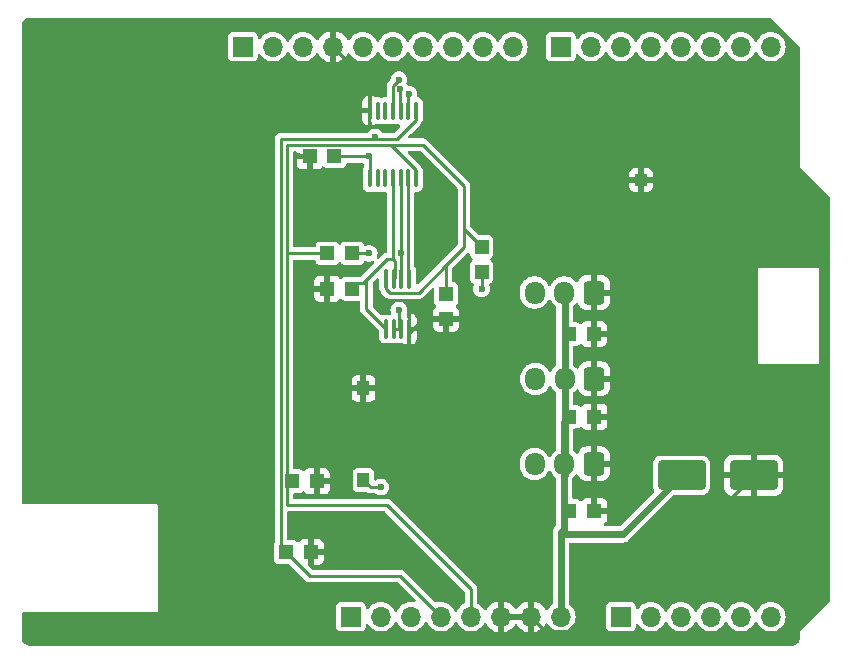
<source format=gtl>
G04 #@! TF.GenerationSoftware,KiCad,Pcbnew,8.0.7-8.0.7-0~ubuntu24.04.1*
G04 #@! TF.CreationDate,2025-01-16T01:19:07-05:00*
G04 #@! TF.ProjectId,tophat,746f7068-6174-42e6-9b69-6361645f7063,rev?*
G04 #@! TF.SameCoordinates,Original*
G04 #@! TF.FileFunction,Copper,L1,Top*
G04 #@! TF.FilePolarity,Positive*
%FSLAX46Y46*%
G04 Gerber Fmt 4.6, Leading zero omitted, Abs format (unit mm)*
G04 Created by KiCad (PCBNEW 8.0.7-8.0.7-0~ubuntu24.04.1) date 2025-01-16 01:19:07*
%MOMM*%
%LPD*%
G01*
G04 APERTURE LIST*
G04 Aperture macros list*
%AMRoundRect*
0 Rectangle with rounded corners*
0 $1 Rounding radius*
0 $2 $3 $4 $5 $6 $7 $8 $9 X,Y pos of 4 corners*
0 Add a 4 corners polygon primitive as box body*
4,1,4,$2,$3,$4,$5,$6,$7,$8,$9,$2,$3,0*
0 Add four circle primitives for the rounded corners*
1,1,$1+$1,$2,$3*
1,1,$1+$1,$4,$5*
1,1,$1+$1,$6,$7*
1,1,$1+$1,$8,$9*
0 Add four rect primitives between the rounded corners*
20,1,$1+$1,$2,$3,$4,$5,0*
20,1,$1+$1,$4,$5,$6,$7,0*
20,1,$1+$1,$6,$7,$8,$9,0*
20,1,$1+$1,$8,$9,$2,$3,0*%
G04 Aperture macros list end*
G04 #@! TA.AperFunction,SMDPad,CuDef*
%ADD10RoundRect,0.100000X0.100000X-0.712500X0.100000X0.712500X-0.100000X0.712500X-0.100000X-0.712500X0*%
G04 #@! TD*
G04 #@! TA.AperFunction,ComponentPad*
%ADD11R,1.700000X1.700000*%
G04 #@! TD*
G04 #@! TA.AperFunction,ComponentPad*
%ADD12O,1.700000X1.700000*%
G04 #@! TD*
G04 #@! TA.AperFunction,SMDPad,CuDef*
%ADD13RoundRect,0.100000X-0.100000X0.637500X-0.100000X-0.637500X0.100000X-0.637500X0.100000X0.637500X0*%
G04 #@! TD*
G04 #@! TA.AperFunction,SMDPad,CuDef*
%ADD14R,1.200000X1.200000*%
G04 #@! TD*
G04 #@! TA.AperFunction,ComponentPad*
%ADD15RoundRect,0.250000X0.600000X0.725000X-0.600000X0.725000X-0.600000X-0.725000X0.600000X-0.725000X0*%
G04 #@! TD*
G04 #@! TA.AperFunction,ComponentPad*
%ADD16O,1.700000X1.950000*%
G04 #@! TD*
G04 #@! TA.AperFunction,SMDPad,CuDef*
%ADD17R,1.000000X1.000000*%
G04 #@! TD*
G04 #@! TA.AperFunction,SMDPad,CuDef*
%ADD18RoundRect,0.250000X-1.750000X-1.000000X1.750000X-1.000000X1.750000X1.000000X-1.750000X1.000000X0*%
G04 #@! TD*
G04 #@! TA.AperFunction,SMDPad,CuDef*
%ADD19R,1.000000X1.250000*%
G04 #@! TD*
G04 #@! TA.AperFunction,ViaPad*
%ADD20C,0.600000*%
G04 #@! TD*
G04 #@! TA.AperFunction,Conductor*
%ADD21C,0.250000*%
G04 #@! TD*
G04 #@! TA.AperFunction,Conductor*
%ADD22C,0.600000*%
G04 #@! TD*
G04 APERTURE END LIST*
D10*
X130921313Y-73112500D03*
X131571313Y-73112500D03*
X132221313Y-73112500D03*
X132871313Y-73112500D03*
X132871313Y-68887500D03*
X132221313Y-68887500D03*
X131571313Y-68887500D03*
X130921313Y-68887500D03*
D11*
X127940000Y-97460000D03*
D12*
X130480000Y-97460000D03*
X133020000Y-97460000D03*
X135560000Y-97460000D03*
X138100000Y-97460000D03*
X140640000Y-97460000D03*
X143180000Y-97460000D03*
X145720000Y-97460000D03*
D11*
X150800000Y-97460000D03*
D12*
X153340000Y-97460000D03*
X155880000Y-97460000D03*
X158420000Y-97460000D03*
X160960000Y-97460000D03*
X163500000Y-97460000D03*
D11*
X118796000Y-49200000D03*
D12*
X121336000Y-49200000D03*
X123876000Y-49200000D03*
X126416000Y-49200000D03*
X128956000Y-49200000D03*
X131496000Y-49200000D03*
X134036000Y-49200000D03*
X136576000Y-49200000D03*
X139116000Y-49200000D03*
X141656000Y-49200000D03*
D11*
X145720000Y-49200000D03*
D12*
X148260000Y-49200000D03*
X150800000Y-49200000D03*
X153340000Y-49200000D03*
X155880000Y-49200000D03*
X158420000Y-49200000D03*
X160960000Y-49200000D03*
X163500000Y-49200000D03*
D13*
X133450000Y-54637500D03*
X132800000Y-54637500D03*
X132150000Y-54637500D03*
X131500000Y-54637500D03*
X130850000Y-54637500D03*
X130200000Y-54637500D03*
X129550000Y-54637500D03*
X129550000Y-60362500D03*
X130200000Y-60362500D03*
X130850000Y-60362500D03*
X131500000Y-60362500D03*
X132150000Y-60362500D03*
X132800000Y-60362500D03*
X133450000Y-60362500D03*
D14*
X139000000Y-66153664D03*
X139000000Y-68253664D03*
X122450000Y-92000000D03*
X124550000Y-92000000D03*
D15*
X148500000Y-70025000D03*
D16*
X146000000Y-70025000D03*
X143500000Y-70025000D03*
D14*
X128050000Y-69703664D03*
X125950000Y-69703664D03*
X146450000Y-88525000D03*
X148550000Y-88525000D03*
D17*
X152500000Y-60500000D03*
D18*
X155950000Y-85500000D03*
X162050000Y-85500000D03*
D15*
X148500000Y-84525000D03*
D16*
X146000000Y-84525000D03*
X143500000Y-84525000D03*
D14*
X136000000Y-70153664D03*
X136000000Y-72253664D03*
D19*
X129000000Y-85875000D03*
X129000000Y-78125000D03*
D14*
X124450000Y-58500000D03*
X126550000Y-58500000D03*
X146450000Y-80525000D03*
X148550000Y-80525000D03*
X146400000Y-73525000D03*
X148500000Y-73525000D03*
D15*
X148550000Y-77325000D03*
D16*
X146050000Y-77325000D03*
X143550000Y-77325000D03*
D14*
X125950000Y-66703664D03*
X128050000Y-66703664D03*
X125050000Y-86000000D03*
X122950000Y-86000000D03*
D20*
X160000000Y-51500000D03*
X135500000Y-61000000D03*
X116500000Y-89500000D03*
X120000000Y-89500000D03*
X125500000Y-89500000D03*
X132821935Y-53192794D03*
X123500000Y-58500000D03*
X130000000Y-56875000D03*
X129500000Y-58500000D03*
X132150000Y-66703664D03*
X129500000Y-66703664D03*
X132000000Y-52000000D03*
X132125000Y-52800003D03*
X139000000Y-69703664D03*
X132000000Y-71500000D03*
X130500000Y-86500000D03*
D21*
X132800000Y-54637500D02*
X132800000Y-53214729D01*
X132800000Y-53214729D02*
X132821935Y-53192794D01*
X132125000Y-52800003D02*
X132125000Y-54612500D01*
X132221313Y-73112500D02*
X131571313Y-73112500D01*
X132000000Y-71500000D02*
X132000000Y-72891187D01*
X132000000Y-72891187D02*
X132221313Y-73112500D01*
X129500000Y-68703664D02*
X129250000Y-68953664D01*
X129250000Y-68953664D02*
X129250000Y-71441187D01*
X129250000Y-71441187D02*
X130921313Y-73112500D01*
X130921313Y-68887500D02*
X130921313Y-69699999D01*
X130921313Y-69699999D02*
X131246314Y-70025000D01*
X131246314Y-70025000D02*
X133678664Y-70025000D01*
X133678664Y-70025000D02*
X136000000Y-67703664D01*
X132801560Y-73500000D02*
X132801560Y-83801560D01*
X140640000Y-97460000D02*
X143180000Y-97460000D01*
X132801560Y-73500000D02*
X134047896Y-72253664D01*
X151750000Y-93250000D02*
X154300000Y-93250000D01*
X140640000Y-91640000D02*
X140640000Y-97460000D01*
X146365000Y-98635000D02*
X151750000Y-93250000D01*
X134047896Y-72253664D02*
X136000000Y-72253664D01*
X124450000Y-58500000D02*
X123500000Y-58500000D01*
X148500000Y-73025000D02*
X148500000Y-69825000D01*
X132801560Y-83801560D02*
X140640000Y-91640000D01*
X148567500Y-85025000D02*
X148567500Y-72242500D01*
X126416000Y-49200000D02*
X129550000Y-52334000D01*
X154300000Y-93250000D02*
X162050000Y-85500000D01*
X144355000Y-98635000D02*
X146365000Y-98635000D01*
X143180000Y-97460000D02*
X144355000Y-98635000D01*
X129550000Y-52334000D02*
X129550000Y-54637500D01*
X148500000Y-88425000D02*
X148500000Y-84525000D01*
X125950000Y-66703664D02*
X122500000Y-66703664D01*
X137525000Y-65000000D02*
X137525000Y-60975000D01*
X133450000Y-59625001D02*
X133450000Y-60362500D01*
X138100000Y-97460000D02*
X138100000Y-95100000D01*
X122500000Y-57500000D02*
X131000000Y-57500000D01*
X131000000Y-57500000D02*
X131324999Y-57500000D01*
X131000000Y-88000000D02*
X122500000Y-88000000D01*
X137525000Y-64678664D02*
X139000000Y-66153664D01*
X136000000Y-70153664D02*
X136000000Y-67703664D01*
X137525000Y-65000000D02*
X137525000Y-64678664D01*
X134050000Y-57500000D02*
X137525000Y-60975000D01*
X136000000Y-67703664D02*
X137525000Y-66178664D01*
X122500000Y-88000000D02*
X122500000Y-57500000D01*
X131324999Y-57500000D02*
X133450000Y-59625001D01*
X131000000Y-57500000D02*
X134050000Y-57500000D01*
X138100000Y-95100000D02*
X131000000Y-88000000D01*
X137525000Y-66178664D02*
X137525000Y-65000000D01*
D22*
X146000000Y-85025000D02*
X146000000Y-85525000D01*
X145720000Y-90500000D02*
X145720000Y-97460000D01*
X146000000Y-88525000D02*
X146000000Y-84525000D01*
X146000000Y-90000000D02*
X145720000Y-90280000D01*
X146000000Y-85525000D02*
X146050000Y-85475000D01*
X150950000Y-90500000D02*
X155950000Y-85500000D01*
X146000000Y-81000000D02*
X146000000Y-90000000D01*
X145720000Y-90280000D02*
X145720000Y-90500000D01*
X146050000Y-80525000D02*
X146050000Y-78025000D01*
X146050000Y-78025000D02*
X146050000Y-76675000D01*
X145720000Y-90500000D02*
X150950000Y-90500000D01*
X146050000Y-85475000D02*
X146050000Y-80525000D01*
X146050000Y-78025000D02*
X146050000Y-69345000D01*
D21*
X128550000Y-69203664D02*
X128050000Y-69703664D01*
X131000000Y-67203664D02*
X129500000Y-68703664D01*
X131500000Y-67203664D02*
X131500000Y-60362500D01*
X129000000Y-69203664D02*
X128550000Y-69203664D01*
X131646313Y-67349977D02*
X131500000Y-67203664D01*
X131500000Y-67203664D02*
X131000000Y-67203664D01*
X131646313Y-68773716D02*
X131646313Y-67349977D01*
X129500000Y-68703664D02*
X129000000Y-69203664D01*
X132800000Y-68620029D02*
X132800000Y-60362500D01*
X122000000Y-57000000D02*
X129875000Y-57000000D01*
X122000000Y-91550000D02*
X122000000Y-57000000D01*
X124450000Y-94000000D02*
X122450000Y-92000000D01*
X133450000Y-55374999D02*
X133450000Y-54637500D01*
X129500000Y-58500000D02*
X127000000Y-58500000D01*
X135560000Y-97460000D02*
X132100000Y-94000000D01*
X130000000Y-57000000D02*
X130000000Y-56875000D01*
X130000000Y-57000000D02*
X131824999Y-57000000D01*
X124450000Y-94000000D02*
X132100000Y-94000000D01*
X131824999Y-57000000D02*
X133450000Y-55374999D01*
X129875000Y-57000000D02*
X130000000Y-56875000D01*
X129550000Y-60362500D02*
X129550000Y-58550000D01*
X129550000Y-58550000D02*
X129500000Y-58500000D01*
X129500000Y-66703664D02*
X128500000Y-66703664D01*
X131500000Y-52500000D02*
X131500000Y-54637500D01*
X132000000Y-52000000D02*
X131500000Y-52500000D01*
X139000000Y-68253664D02*
X139000000Y-69703664D01*
X129625000Y-86500000D02*
X129000000Y-85875000D01*
X130500000Y-86500000D02*
X129625000Y-86500000D01*
X132150000Y-68499852D02*
X132150000Y-60362500D01*
G04 #@! TA.AperFunction,Conductor*
G36*
X142714075Y-97267007D02*
G01*
X142680000Y-97394174D01*
X142680000Y-97525826D01*
X142714075Y-97652993D01*
X142746988Y-97710000D01*
X141073012Y-97710000D01*
X141105925Y-97652993D01*
X141140000Y-97525826D01*
X141140000Y-97394174D01*
X141105925Y-97267007D01*
X141073012Y-97210000D01*
X142746988Y-97210000D01*
X142714075Y-97267007D01*
G37*
G04 #@! TD.AperFunction*
G04 #@! TA.AperFunction,Conductor*
G36*
X130798008Y-88545185D02*
G01*
X130818650Y-88561819D01*
X137538181Y-95281350D01*
X137571666Y-95342673D01*
X137574500Y-95369031D01*
X137574500Y-96246273D01*
X137554815Y-96313312D01*
X137502906Y-96358655D01*
X137472359Y-96372899D01*
X137293121Y-96498402D01*
X137138402Y-96653121D01*
X137012900Y-96832357D01*
X137012898Y-96832361D01*
X136942382Y-96983583D01*
X136896209Y-97036022D01*
X136829016Y-97055174D01*
X136762135Y-97034958D01*
X136717618Y-96983583D01*
X136662725Y-96865866D01*
X136647102Y-96832362D01*
X136647100Y-96832359D01*
X136647099Y-96832357D01*
X136521599Y-96653124D01*
X136446950Y-96578475D01*
X136366877Y-96498402D01*
X136187642Y-96372900D01*
X136187638Y-96372897D01*
X136058072Y-96312480D01*
X135989330Y-96280425D01*
X135989326Y-96280424D01*
X135989322Y-96280422D01*
X135777977Y-96223793D01*
X135560002Y-96204723D01*
X135559998Y-96204723D01*
X135414682Y-96217436D01*
X135342023Y-96223793D01*
X135342020Y-96223793D01*
X135194240Y-96263391D01*
X135124390Y-96261728D01*
X135074466Y-96231297D01*
X132527575Y-93684406D01*
X132527573Y-93684403D01*
X132422666Y-93579496D01*
X132422661Y-93579492D01*
X132302840Y-93510313D01*
X132274592Y-93502743D01*
X132274591Y-93502743D01*
X132169183Y-93474499D01*
X132030817Y-93474499D01*
X132023221Y-93474499D01*
X132023205Y-93474500D01*
X124719031Y-93474500D01*
X124651992Y-93454815D01*
X124631350Y-93438181D01*
X124336319Y-93143150D01*
X124312757Y-93100000D01*
X124800000Y-93100000D01*
X125197828Y-93100000D01*
X125197844Y-93099999D01*
X125257372Y-93093598D01*
X125257379Y-93093596D01*
X125392086Y-93043354D01*
X125392093Y-93043350D01*
X125507187Y-92957190D01*
X125507190Y-92957187D01*
X125593350Y-92842093D01*
X125593354Y-92842086D01*
X125643596Y-92707379D01*
X125643598Y-92707372D01*
X125649999Y-92647844D01*
X125650000Y-92647827D01*
X125650000Y-92250000D01*
X124800000Y-92250000D01*
X124800000Y-93100000D01*
X124312757Y-93100000D01*
X124302834Y-93081827D01*
X124300000Y-93055469D01*
X124300000Y-91750000D01*
X124800000Y-91750000D01*
X125650000Y-91750000D01*
X125650000Y-91352172D01*
X125649999Y-91352155D01*
X125643598Y-91292627D01*
X125643596Y-91292620D01*
X125593354Y-91157913D01*
X125593350Y-91157906D01*
X125507190Y-91042812D01*
X125507187Y-91042809D01*
X125392093Y-90956649D01*
X125392086Y-90956645D01*
X125257379Y-90906403D01*
X125257372Y-90906401D01*
X125197844Y-90900000D01*
X124800000Y-90900000D01*
X124800000Y-91750000D01*
X124300000Y-91750000D01*
X124300000Y-90900000D01*
X123902155Y-90900000D01*
X123842627Y-90906401D01*
X123842620Y-90906403D01*
X123707913Y-90956645D01*
X123707906Y-90956649D01*
X123592812Y-91042809D01*
X123535747Y-91119038D01*
X123479813Y-91160908D01*
X123410121Y-91165892D01*
X123348800Y-91132407D01*
X123288347Y-91071954D01*
X123288344Y-91071952D01*
X123288342Y-91071950D01*
X123211517Y-91032805D01*
X123175301Y-91014352D01*
X123081524Y-90999500D01*
X123081519Y-90999500D01*
X122649500Y-90999500D01*
X122582461Y-90979815D01*
X122536706Y-90927011D01*
X122525500Y-90875500D01*
X122525500Y-88649500D01*
X122545185Y-88582461D01*
X122597989Y-88536706D01*
X122649500Y-88525500D01*
X130730969Y-88525500D01*
X130798008Y-88545185D01*
G37*
G04 #@! TD.AperFunction*
G04 #@! TA.AperFunction,Conductor*
G36*
X133848008Y-58045185D02*
G01*
X133868650Y-58061819D01*
X136963181Y-61156350D01*
X136996666Y-61217673D01*
X136999500Y-61244031D01*
X136999500Y-64601868D01*
X136999499Y-64601886D01*
X136999499Y-64757836D01*
X136999500Y-64757849D01*
X136999500Y-65909632D01*
X136979815Y-65976671D01*
X136963181Y-65997313D01*
X133683493Y-69277001D01*
X133622170Y-69310486D01*
X133552478Y-69305502D01*
X133496545Y-69263630D01*
X133472128Y-69198166D01*
X133471812Y-69189320D01*
X133471812Y-68127129D01*
X133471811Y-68127123D01*
X133465404Y-68067516D01*
X133415110Y-67932671D01*
X133415109Y-67932670D01*
X133415109Y-67932669D01*
X133350232Y-67846005D01*
X133325816Y-67780542D01*
X133325500Y-67771695D01*
X133325500Y-61624499D01*
X133345185Y-61557460D01*
X133397989Y-61511705D01*
X133449500Y-61500499D01*
X133597871Y-61500499D01*
X133597872Y-61500499D01*
X133657483Y-61494091D01*
X133792331Y-61443796D01*
X133907546Y-61357546D01*
X133993796Y-61242331D01*
X134044091Y-61107483D01*
X134050500Y-61047873D01*
X134050499Y-59677128D01*
X134044091Y-59617517D01*
X134037557Y-59599999D01*
X134002647Y-59506401D01*
X133993796Y-59482669D01*
X133914400Y-59376611D01*
X133906279Y-59364300D01*
X133870506Y-59302337D01*
X133768334Y-59200165D01*
X133768323Y-59200155D01*
X132805349Y-58237181D01*
X132771864Y-58175858D01*
X132776848Y-58106166D01*
X132818720Y-58050233D01*
X132884184Y-58025816D01*
X132893030Y-58025500D01*
X133780969Y-58025500D01*
X133848008Y-58045185D01*
G37*
G04 #@! TD.AperFunction*
G04 #@! TA.AperFunction,Conductor*
G36*
X123293039Y-58045185D02*
G01*
X123338794Y-58097989D01*
X123350000Y-58149500D01*
X123350000Y-58250000D01*
X124326000Y-58250000D01*
X124393039Y-58269685D01*
X124438794Y-58322489D01*
X124450000Y-58374000D01*
X124450000Y-58500000D01*
X124576000Y-58500000D01*
X124643039Y-58519685D01*
X124688794Y-58572489D01*
X124700000Y-58624000D01*
X124700000Y-59600000D01*
X125097828Y-59600000D01*
X125097844Y-59599999D01*
X125157372Y-59593598D01*
X125157379Y-59593596D01*
X125292086Y-59543354D01*
X125292093Y-59543350D01*
X125407187Y-59457190D01*
X125407188Y-59457189D01*
X125464251Y-59380963D01*
X125520184Y-59339091D01*
X125589876Y-59334107D01*
X125651199Y-59367592D01*
X125711652Y-59428045D01*
X125711654Y-59428046D01*
X125711658Y-59428050D01*
X125818855Y-59482670D01*
X125824698Y-59485647D01*
X125918475Y-59500499D01*
X125918481Y-59500500D01*
X127181518Y-59500499D01*
X127275304Y-59485646D01*
X127388342Y-59428050D01*
X127478050Y-59338342D01*
X127535646Y-59225304D01*
X127535646Y-59225302D01*
X127535647Y-59225301D01*
X127550725Y-59130102D01*
X127580654Y-59066968D01*
X127639965Y-59030036D01*
X127673198Y-59025500D01*
X128900500Y-59025500D01*
X128967539Y-59045185D01*
X129013294Y-59097989D01*
X129024500Y-59149500D01*
X129024500Y-59417513D01*
X129009333Y-59476939D01*
X129006203Y-59482670D01*
X128955908Y-59617517D01*
X128953189Y-59642812D01*
X128949501Y-59677123D01*
X128949500Y-59677135D01*
X128949500Y-61047870D01*
X128949501Y-61047876D01*
X128955908Y-61107483D01*
X129006202Y-61242328D01*
X129006206Y-61242335D01*
X129092452Y-61357544D01*
X129092455Y-61357547D01*
X129207664Y-61443793D01*
X129207671Y-61443797D01*
X129252618Y-61460561D01*
X129342517Y-61494091D01*
X129402127Y-61500500D01*
X129697872Y-61500499D01*
X129757483Y-61494091D01*
X129831667Y-61466421D01*
X129901358Y-61461438D01*
X129918327Y-61466420D01*
X129979010Y-61489053D01*
X129992511Y-61494089D01*
X129992517Y-61494091D01*
X130052127Y-61500500D01*
X130347872Y-61500499D01*
X130407483Y-61494091D01*
X130481667Y-61466421D01*
X130551358Y-61461438D01*
X130568327Y-61466420D01*
X130629010Y-61489053D01*
X130642511Y-61494089D01*
X130642517Y-61494091D01*
X130702127Y-61500500D01*
X130850500Y-61500499D01*
X130917539Y-61520183D01*
X130963294Y-61572987D01*
X130974500Y-61624499D01*
X130974500Y-66571310D01*
X130954815Y-66638349D01*
X130902011Y-66684104D01*
X130882594Y-66691085D01*
X130863990Y-66696070D01*
X130797162Y-66713976D01*
X130797161Y-66713977D01*
X130677338Y-66783156D01*
X130677333Y-66783160D01*
X130579493Y-66881001D01*
X130347497Y-67112996D01*
X130286174Y-67146481D01*
X130216482Y-67141497D01*
X130160549Y-67099625D01*
X130136132Y-67034161D01*
X130143873Y-66981348D01*
X130185140Y-66872536D01*
X130205645Y-66703664D01*
X130185140Y-66534792D01*
X130124818Y-66375734D01*
X130028183Y-66235735D01*
X129900852Y-66122930D01*
X129900849Y-66122927D01*
X129750226Y-66043874D01*
X129585056Y-66003164D01*
X129414944Y-66003164D01*
X129249772Y-66043874D01*
X129214716Y-66062273D01*
X129146207Y-66075997D01*
X129081155Y-66050504D01*
X129040211Y-65993888D01*
X129038490Y-65987112D01*
X129035647Y-65978363D01*
X129035646Y-65978361D01*
X129035646Y-65978360D01*
X128978050Y-65865322D01*
X128978046Y-65865318D01*
X128978045Y-65865316D01*
X128888347Y-65775618D01*
X128888344Y-65775616D01*
X128888342Y-65775614D01*
X128811517Y-65736469D01*
X128775301Y-65718016D01*
X128681524Y-65703164D01*
X127418482Y-65703164D01*
X127337519Y-65715987D01*
X127324696Y-65718018D01*
X127211658Y-65775614D01*
X127211657Y-65775615D01*
X127211652Y-65775618D01*
X127121954Y-65865316D01*
X127121950Y-65865322D01*
X127110482Y-65887828D01*
X127062506Y-65938622D01*
X126994684Y-65955415D01*
X126928550Y-65932875D01*
X126889516Y-65887825D01*
X126878050Y-65865322D01*
X126878048Y-65865320D01*
X126878045Y-65865316D01*
X126788347Y-65775618D01*
X126788344Y-65775616D01*
X126788342Y-65775614D01*
X126711517Y-65736469D01*
X126675301Y-65718016D01*
X126581524Y-65703164D01*
X125318482Y-65703164D01*
X125237519Y-65715987D01*
X125224696Y-65718018D01*
X125111658Y-65775614D01*
X125111657Y-65775615D01*
X125111652Y-65775618D01*
X125021954Y-65865316D01*
X125021951Y-65865321D01*
X124964352Y-65978362D01*
X124949275Y-66073562D01*
X124919346Y-66136696D01*
X124860035Y-66173628D01*
X124826802Y-66178164D01*
X123149500Y-66178164D01*
X123082461Y-66158479D01*
X123036706Y-66105675D01*
X123025500Y-66054164D01*
X123025500Y-59147844D01*
X123350000Y-59147844D01*
X123356401Y-59207372D01*
X123356403Y-59207379D01*
X123406645Y-59342086D01*
X123406649Y-59342093D01*
X123492809Y-59457187D01*
X123492812Y-59457190D01*
X123607906Y-59543350D01*
X123607913Y-59543354D01*
X123742620Y-59593596D01*
X123742627Y-59593598D01*
X123802155Y-59599999D01*
X123802172Y-59600000D01*
X124200000Y-59600000D01*
X124200000Y-58750000D01*
X123350000Y-58750000D01*
X123350000Y-59147844D01*
X123025500Y-59147844D01*
X123025500Y-58149500D01*
X123045185Y-58082461D01*
X123097989Y-58036706D01*
X123149500Y-58025500D01*
X123226000Y-58025500D01*
X123293039Y-58045185D01*
G37*
G04 #@! TD.AperFunction*
G04 #@! TA.AperFunction,Conductor*
G36*
X163484404Y-46755185D02*
G01*
X163505046Y-46771819D01*
X165928181Y-49194954D01*
X165961666Y-49256277D01*
X165964500Y-49282635D01*
X165964500Y-59344982D01*
X165964500Y-59375018D01*
X165975994Y-59402767D01*
X165975995Y-59402768D01*
X168468181Y-61894954D01*
X168501666Y-61956277D01*
X168504500Y-61982635D01*
X168504500Y-96107364D01*
X168484815Y-96174403D01*
X168468181Y-96195045D01*
X165997233Y-98665994D01*
X165975995Y-98687231D01*
X165964500Y-98714982D01*
X165964500Y-99231907D01*
X165963903Y-99244062D01*
X165952505Y-99359778D01*
X165947763Y-99383618D01*
X165917832Y-99482290D01*
X165915789Y-99489024D01*
X165906486Y-99511482D01*
X165854561Y-99608627D01*
X165841056Y-99628839D01*
X165771176Y-99713988D01*
X165753988Y-99731176D01*
X165668839Y-99801056D01*
X165648627Y-99814561D01*
X165551482Y-99866486D01*
X165529028Y-99875787D01*
X165487028Y-99888528D01*
X165423618Y-99907763D01*
X165399778Y-99912505D01*
X165291162Y-99923203D01*
X165284060Y-99923903D01*
X165271907Y-99924500D01*
X100768093Y-99924500D01*
X100755939Y-99923903D01*
X100747995Y-99923120D01*
X100640221Y-99912505D01*
X100616381Y-99907763D01*
X100599445Y-99902625D01*
X100510968Y-99875786D01*
X100488517Y-99866486D01*
X100391372Y-99814561D01*
X100371160Y-99801056D01*
X100286011Y-99731176D01*
X100268823Y-99713988D01*
X100198943Y-99628839D01*
X100185438Y-99608627D01*
X100133510Y-99511476D01*
X100124215Y-99489037D01*
X100092234Y-99383612D01*
X100087494Y-99359777D01*
X100076097Y-99244061D01*
X100075500Y-99231907D01*
X100075500Y-97199500D01*
X100095185Y-97132461D01*
X100147989Y-97086706D01*
X100199500Y-97075500D01*
X111515016Y-97075500D01*
X111515018Y-97075500D01*
X111542767Y-97064006D01*
X111564006Y-97042767D01*
X111575500Y-97015018D01*
X111575500Y-91368475D01*
X121449500Y-91368475D01*
X121449500Y-92631517D01*
X121460292Y-92699657D01*
X121464354Y-92725304D01*
X121521950Y-92838342D01*
X121521952Y-92838344D01*
X121521954Y-92838347D01*
X121611652Y-92928045D01*
X121611654Y-92928046D01*
X121611658Y-92928050D01*
X121724696Y-92985646D01*
X121724698Y-92985647D01*
X121818475Y-93000499D01*
X121818481Y-93000500D01*
X122655968Y-93000499D01*
X122723007Y-93020183D01*
X122743649Y-93036818D01*
X124025154Y-94318323D01*
X124025164Y-94318334D01*
X124029494Y-94322664D01*
X124029495Y-94322665D01*
X124127335Y-94420505D01*
X124247164Y-94489688D01*
X124380817Y-94525500D01*
X131830969Y-94525500D01*
X131898008Y-94545185D01*
X131918650Y-94561819D01*
X133378811Y-96021980D01*
X133412296Y-96083303D01*
X133407312Y-96152995D01*
X133365440Y-96208928D01*
X133299976Y-96233345D01*
X133259037Y-96229436D01*
X133237977Y-96223793D01*
X133020002Y-96204723D01*
X133019998Y-96204723D01*
X132874682Y-96217436D01*
X132802023Y-96223793D01*
X132802020Y-96223793D01*
X132590677Y-96280422D01*
X132590670Y-96280424D01*
X132590670Y-96280425D01*
X132587391Y-96281954D01*
X132392361Y-96372898D01*
X132392357Y-96372900D01*
X132213121Y-96498402D01*
X132058402Y-96653121D01*
X131932900Y-96832357D01*
X131932898Y-96832361D01*
X131862382Y-96983583D01*
X131816209Y-97036022D01*
X131749016Y-97055174D01*
X131682135Y-97034958D01*
X131637618Y-96983583D01*
X131582725Y-96865866D01*
X131567102Y-96832362D01*
X131567100Y-96832359D01*
X131567099Y-96832357D01*
X131441599Y-96653124D01*
X131366950Y-96578475D01*
X131286877Y-96498402D01*
X131107642Y-96372900D01*
X131107638Y-96372897D01*
X130978072Y-96312480D01*
X130909330Y-96280425D01*
X130909326Y-96280424D01*
X130909322Y-96280422D01*
X130697977Y-96223793D01*
X130480002Y-96204723D01*
X130479998Y-96204723D01*
X130334682Y-96217436D01*
X130262023Y-96223793D01*
X130262020Y-96223793D01*
X130050677Y-96280422D01*
X130050670Y-96280424D01*
X130050670Y-96280425D01*
X130047391Y-96281954D01*
X129852361Y-96372898D01*
X129852357Y-96372900D01*
X129673121Y-96498402D01*
X129518402Y-96653121D01*
X129416074Y-96799262D01*
X129361497Y-96842887D01*
X129291999Y-96850081D01*
X129229644Y-96818558D01*
X129194230Y-96758328D01*
X129190499Y-96728139D01*
X129190499Y-96578482D01*
X129190498Y-96578475D01*
X129175646Y-96484696D01*
X129118050Y-96371658D01*
X129118046Y-96371654D01*
X129118045Y-96371652D01*
X129028347Y-96281954D01*
X129028344Y-96281952D01*
X129028342Y-96281950D01*
X128932950Y-96233345D01*
X128915301Y-96224352D01*
X128821524Y-96209500D01*
X127058482Y-96209500D01*
X126977519Y-96222323D01*
X126964696Y-96224354D01*
X126851658Y-96281950D01*
X126851657Y-96281951D01*
X126851652Y-96281954D01*
X126761954Y-96371652D01*
X126761951Y-96371657D01*
X126761950Y-96371658D01*
X126744267Y-96406362D01*
X126704352Y-96484698D01*
X126689500Y-96578475D01*
X126689500Y-98341517D01*
X126700292Y-98409657D01*
X126704354Y-98435304D01*
X126761950Y-98548342D01*
X126761952Y-98548344D01*
X126761954Y-98548347D01*
X126851652Y-98638045D01*
X126851654Y-98638046D01*
X126851658Y-98638050D01*
X126948181Y-98687231D01*
X126964698Y-98695647D01*
X127058475Y-98710499D01*
X127058481Y-98710500D01*
X128821518Y-98710499D01*
X128915304Y-98695646D01*
X129028342Y-98638050D01*
X129118050Y-98548342D01*
X129175646Y-98435304D01*
X129175646Y-98435302D01*
X129175647Y-98435301D01*
X129190499Y-98341524D01*
X129190500Y-98341519D01*
X129190499Y-98191859D01*
X129210183Y-98124823D01*
X129262987Y-98079068D01*
X129332145Y-98069124D01*
X129395701Y-98098149D01*
X129416073Y-98120738D01*
X129518402Y-98266877D01*
X129673123Y-98421598D01*
X129852361Y-98547102D01*
X130050670Y-98639575D01*
X130262023Y-98696207D01*
X130444926Y-98712208D01*
X130479998Y-98715277D01*
X130480000Y-98715277D01*
X130480002Y-98715277D01*
X130508254Y-98712805D01*
X130697977Y-98696207D01*
X130909330Y-98639575D01*
X131107639Y-98547102D01*
X131286877Y-98421598D01*
X131441598Y-98266877D01*
X131567102Y-98087639D01*
X131637618Y-97936414D01*
X131683790Y-97883977D01*
X131750984Y-97864825D01*
X131817865Y-97885041D01*
X131862381Y-97936414D01*
X131932898Y-98087639D01*
X132058402Y-98266877D01*
X132213123Y-98421598D01*
X132392361Y-98547102D01*
X132590670Y-98639575D01*
X132802023Y-98696207D01*
X132984926Y-98712208D01*
X133019998Y-98715277D01*
X133020000Y-98715277D01*
X133020002Y-98715277D01*
X133048254Y-98712805D01*
X133237977Y-98696207D01*
X133449330Y-98639575D01*
X133647639Y-98547102D01*
X133826877Y-98421598D01*
X133981598Y-98266877D01*
X134107102Y-98087639D01*
X134177618Y-97936414D01*
X134223790Y-97883977D01*
X134290984Y-97864825D01*
X134357865Y-97885041D01*
X134402381Y-97936414D01*
X134472898Y-98087639D01*
X134598402Y-98266877D01*
X134753123Y-98421598D01*
X134932361Y-98547102D01*
X135130670Y-98639575D01*
X135342023Y-98696207D01*
X135524926Y-98712208D01*
X135559998Y-98715277D01*
X135560000Y-98715277D01*
X135560002Y-98715277D01*
X135588254Y-98712805D01*
X135777977Y-98696207D01*
X135989330Y-98639575D01*
X136187639Y-98547102D01*
X136366877Y-98421598D01*
X136521598Y-98266877D01*
X136647102Y-98087639D01*
X136717618Y-97936414D01*
X136763790Y-97883977D01*
X136830984Y-97864825D01*
X136897865Y-97885041D01*
X136942381Y-97936414D01*
X137012898Y-98087639D01*
X137138402Y-98266877D01*
X137293123Y-98421598D01*
X137472361Y-98547102D01*
X137670670Y-98639575D01*
X137882023Y-98696207D01*
X138064926Y-98712208D01*
X138099998Y-98715277D01*
X138100000Y-98715277D01*
X138100002Y-98715277D01*
X138128254Y-98712805D01*
X138317977Y-98696207D01*
X138529330Y-98639575D01*
X138727639Y-98547102D01*
X138906877Y-98421598D01*
X139061598Y-98266877D01*
X139187102Y-98087639D01*
X139202726Y-98054132D01*
X139248896Y-98001695D01*
X139316090Y-97982543D01*
X139382971Y-98002758D01*
X139427489Y-98054134D01*
X139466399Y-98137578D01*
X139601894Y-98331082D01*
X139768917Y-98498105D01*
X139962421Y-98633600D01*
X140176507Y-98733429D01*
X140176516Y-98733433D01*
X140390000Y-98790634D01*
X140390000Y-97893012D01*
X140447007Y-97925925D01*
X140574174Y-97960000D01*
X140705826Y-97960000D01*
X140832993Y-97925925D01*
X140890000Y-97893012D01*
X140890000Y-98790634D01*
X141103483Y-98733433D01*
X141103492Y-98733429D01*
X141317578Y-98633600D01*
X141511082Y-98498105D01*
X141678105Y-98331082D01*
X141808425Y-98144968D01*
X141863002Y-98101344D01*
X141932501Y-98094151D01*
X141994855Y-98125673D01*
X142011575Y-98144968D01*
X142141894Y-98331082D01*
X142308917Y-98498105D01*
X142502421Y-98633600D01*
X142716507Y-98733429D01*
X142716516Y-98733433D01*
X142930000Y-98790634D01*
X142930000Y-97893012D01*
X142987007Y-97925925D01*
X143114174Y-97960000D01*
X143245826Y-97960000D01*
X143372993Y-97925925D01*
X143430000Y-97893012D01*
X143430000Y-98790633D01*
X143643483Y-98733433D01*
X143643492Y-98733429D01*
X143857578Y-98633600D01*
X144051082Y-98498105D01*
X144218105Y-98331082D01*
X144353598Y-98137580D01*
X144392509Y-98054135D01*
X144438681Y-98001695D01*
X144505875Y-97982543D01*
X144572756Y-98002758D01*
X144617273Y-98054133D01*
X144624264Y-98069124D01*
X144632898Y-98087639D01*
X144758402Y-98266877D01*
X144913123Y-98421598D01*
X145092361Y-98547102D01*
X145290670Y-98639575D01*
X145502023Y-98696207D01*
X145684926Y-98712208D01*
X145719998Y-98715277D01*
X145720000Y-98715277D01*
X145720002Y-98715277D01*
X145748254Y-98712805D01*
X145937977Y-98696207D01*
X146149330Y-98639575D01*
X146347639Y-98547102D01*
X146526877Y-98421598D01*
X146681598Y-98266877D01*
X146807102Y-98087639D01*
X146899575Y-97889330D01*
X146956207Y-97677977D01*
X146975277Y-97460000D01*
X146956207Y-97242023D01*
X146908507Y-97064004D01*
X146899577Y-97030677D01*
X146899576Y-97030676D01*
X146899575Y-97030670D01*
X146807102Y-96832362D01*
X146807100Y-96832359D01*
X146807099Y-96832357D01*
X146681599Y-96653124D01*
X146606950Y-96578475D01*
X149549500Y-96578475D01*
X149549500Y-98341517D01*
X149560292Y-98409657D01*
X149564354Y-98435304D01*
X149621950Y-98548342D01*
X149621952Y-98548344D01*
X149621954Y-98548347D01*
X149711652Y-98638045D01*
X149711654Y-98638046D01*
X149711658Y-98638050D01*
X149808181Y-98687231D01*
X149824698Y-98695647D01*
X149918475Y-98710499D01*
X149918481Y-98710500D01*
X151681518Y-98710499D01*
X151775304Y-98695646D01*
X151888342Y-98638050D01*
X151978050Y-98548342D01*
X152035646Y-98435304D01*
X152035646Y-98435302D01*
X152035647Y-98435301D01*
X152050499Y-98341524D01*
X152050500Y-98341519D01*
X152050499Y-98191859D01*
X152070183Y-98124823D01*
X152122987Y-98079068D01*
X152192145Y-98069124D01*
X152255701Y-98098149D01*
X152276073Y-98120738D01*
X152378402Y-98266877D01*
X152533123Y-98421598D01*
X152712361Y-98547102D01*
X152910670Y-98639575D01*
X153122023Y-98696207D01*
X153304926Y-98712208D01*
X153339998Y-98715277D01*
X153340000Y-98715277D01*
X153340002Y-98715277D01*
X153368254Y-98712805D01*
X153557977Y-98696207D01*
X153769330Y-98639575D01*
X153967639Y-98547102D01*
X154146877Y-98421598D01*
X154301598Y-98266877D01*
X154427102Y-98087639D01*
X154497618Y-97936414D01*
X154543790Y-97883977D01*
X154610984Y-97864825D01*
X154677865Y-97885041D01*
X154722381Y-97936414D01*
X154792898Y-98087639D01*
X154918402Y-98266877D01*
X155073123Y-98421598D01*
X155252361Y-98547102D01*
X155450670Y-98639575D01*
X155662023Y-98696207D01*
X155844926Y-98712208D01*
X155879998Y-98715277D01*
X155880000Y-98715277D01*
X155880002Y-98715277D01*
X155908254Y-98712805D01*
X156097977Y-98696207D01*
X156309330Y-98639575D01*
X156507639Y-98547102D01*
X156686877Y-98421598D01*
X156841598Y-98266877D01*
X156967102Y-98087639D01*
X157037618Y-97936414D01*
X157083790Y-97883977D01*
X157150984Y-97864825D01*
X157217865Y-97885041D01*
X157262381Y-97936414D01*
X157332898Y-98087639D01*
X157458402Y-98266877D01*
X157613123Y-98421598D01*
X157792361Y-98547102D01*
X157990670Y-98639575D01*
X158202023Y-98696207D01*
X158384926Y-98712208D01*
X158419998Y-98715277D01*
X158420000Y-98715277D01*
X158420002Y-98715277D01*
X158448254Y-98712805D01*
X158637977Y-98696207D01*
X158849330Y-98639575D01*
X159047639Y-98547102D01*
X159226877Y-98421598D01*
X159381598Y-98266877D01*
X159507102Y-98087639D01*
X159577618Y-97936414D01*
X159623790Y-97883977D01*
X159690984Y-97864825D01*
X159757865Y-97885041D01*
X159802381Y-97936414D01*
X159872898Y-98087639D01*
X159998402Y-98266877D01*
X160153123Y-98421598D01*
X160332361Y-98547102D01*
X160530670Y-98639575D01*
X160742023Y-98696207D01*
X160924926Y-98712208D01*
X160959998Y-98715277D01*
X160960000Y-98715277D01*
X160960002Y-98715277D01*
X160988254Y-98712805D01*
X161177977Y-98696207D01*
X161389330Y-98639575D01*
X161587639Y-98547102D01*
X161766877Y-98421598D01*
X161921598Y-98266877D01*
X162047102Y-98087639D01*
X162117618Y-97936414D01*
X162163790Y-97883977D01*
X162230984Y-97864825D01*
X162297865Y-97885041D01*
X162342381Y-97936414D01*
X162412898Y-98087639D01*
X162538402Y-98266877D01*
X162693123Y-98421598D01*
X162872361Y-98547102D01*
X163070670Y-98639575D01*
X163282023Y-98696207D01*
X163464926Y-98712208D01*
X163499998Y-98715277D01*
X163500000Y-98715277D01*
X163500002Y-98715277D01*
X163528254Y-98712805D01*
X163717977Y-98696207D01*
X163929330Y-98639575D01*
X164127639Y-98547102D01*
X164306877Y-98421598D01*
X164461598Y-98266877D01*
X164587102Y-98087639D01*
X164679575Y-97889330D01*
X164736207Y-97677977D01*
X164755277Y-97460000D01*
X164736207Y-97242023D01*
X164688507Y-97064004D01*
X164679577Y-97030677D01*
X164679576Y-97030676D01*
X164679575Y-97030670D01*
X164587102Y-96832362D01*
X164587100Y-96832359D01*
X164587099Y-96832357D01*
X164461599Y-96653124D01*
X164386950Y-96578475D01*
X164306877Y-96498402D01*
X164127642Y-96372900D01*
X164127638Y-96372897D01*
X163998072Y-96312480D01*
X163929330Y-96280425D01*
X163929326Y-96280424D01*
X163929322Y-96280422D01*
X163717977Y-96223793D01*
X163500002Y-96204723D01*
X163499998Y-96204723D01*
X163354682Y-96217436D01*
X163282023Y-96223793D01*
X163282020Y-96223793D01*
X163070677Y-96280422D01*
X163070670Y-96280424D01*
X163070670Y-96280425D01*
X163067391Y-96281954D01*
X162872361Y-96372898D01*
X162872357Y-96372900D01*
X162693121Y-96498402D01*
X162538402Y-96653121D01*
X162412900Y-96832357D01*
X162412898Y-96832361D01*
X162342382Y-96983583D01*
X162296209Y-97036022D01*
X162229016Y-97055174D01*
X162162135Y-97034958D01*
X162117618Y-96983583D01*
X162062725Y-96865866D01*
X162047102Y-96832362D01*
X162047100Y-96832359D01*
X162047099Y-96832357D01*
X161921599Y-96653124D01*
X161846950Y-96578475D01*
X161766877Y-96498402D01*
X161587642Y-96372900D01*
X161587638Y-96372897D01*
X161458072Y-96312480D01*
X161389330Y-96280425D01*
X161389326Y-96280424D01*
X161389322Y-96280422D01*
X161177977Y-96223793D01*
X160960002Y-96204723D01*
X160959998Y-96204723D01*
X160814682Y-96217436D01*
X160742023Y-96223793D01*
X160742020Y-96223793D01*
X160530677Y-96280422D01*
X160530670Y-96280424D01*
X160530670Y-96280425D01*
X160527391Y-96281954D01*
X160332361Y-96372898D01*
X160332357Y-96372900D01*
X160153121Y-96498402D01*
X159998402Y-96653121D01*
X159872900Y-96832357D01*
X159872898Y-96832361D01*
X159802382Y-96983583D01*
X159756209Y-97036022D01*
X159689016Y-97055174D01*
X159622135Y-97034958D01*
X159577618Y-96983583D01*
X159522725Y-96865866D01*
X159507102Y-96832362D01*
X159507100Y-96832359D01*
X159507099Y-96832357D01*
X159381599Y-96653124D01*
X159306950Y-96578475D01*
X159226877Y-96498402D01*
X159047642Y-96372900D01*
X159047638Y-96372897D01*
X158918072Y-96312480D01*
X158849330Y-96280425D01*
X158849326Y-96280424D01*
X158849322Y-96280422D01*
X158637977Y-96223793D01*
X158420002Y-96204723D01*
X158419998Y-96204723D01*
X158274682Y-96217436D01*
X158202023Y-96223793D01*
X158202020Y-96223793D01*
X157990677Y-96280422D01*
X157990670Y-96280424D01*
X157990670Y-96280425D01*
X157987391Y-96281954D01*
X157792361Y-96372898D01*
X157792357Y-96372900D01*
X157613121Y-96498402D01*
X157458402Y-96653121D01*
X157332900Y-96832357D01*
X157332898Y-96832361D01*
X157262382Y-96983583D01*
X157216209Y-97036022D01*
X157149016Y-97055174D01*
X157082135Y-97034958D01*
X157037618Y-96983583D01*
X156982725Y-96865866D01*
X156967102Y-96832362D01*
X156967100Y-96832359D01*
X156967099Y-96832357D01*
X156841599Y-96653124D01*
X156766950Y-96578475D01*
X156686877Y-96498402D01*
X156507642Y-96372900D01*
X156507638Y-96372897D01*
X156378072Y-96312480D01*
X156309330Y-96280425D01*
X156309326Y-96280424D01*
X156309322Y-96280422D01*
X156097977Y-96223793D01*
X155880002Y-96204723D01*
X155879998Y-96204723D01*
X155734682Y-96217436D01*
X155662023Y-96223793D01*
X155662020Y-96223793D01*
X155450677Y-96280422D01*
X155450670Y-96280424D01*
X155450670Y-96280425D01*
X155447391Y-96281954D01*
X155252361Y-96372898D01*
X155252357Y-96372900D01*
X155073121Y-96498402D01*
X154918402Y-96653121D01*
X154792900Y-96832357D01*
X154792898Y-96832361D01*
X154722382Y-96983583D01*
X154676209Y-97036022D01*
X154609016Y-97055174D01*
X154542135Y-97034958D01*
X154497618Y-96983583D01*
X154442725Y-96865866D01*
X154427102Y-96832362D01*
X154427100Y-96832359D01*
X154427099Y-96832357D01*
X154301599Y-96653124D01*
X154226950Y-96578475D01*
X154146877Y-96498402D01*
X153967642Y-96372900D01*
X153967638Y-96372897D01*
X153838072Y-96312480D01*
X153769330Y-96280425D01*
X153769326Y-96280424D01*
X153769322Y-96280422D01*
X153557977Y-96223793D01*
X153340002Y-96204723D01*
X153339998Y-96204723D01*
X153194682Y-96217436D01*
X153122023Y-96223793D01*
X153122020Y-96223793D01*
X152910677Y-96280422D01*
X152910670Y-96280424D01*
X152910670Y-96280425D01*
X152907391Y-96281954D01*
X152712361Y-96372898D01*
X152712357Y-96372900D01*
X152533121Y-96498402D01*
X152378402Y-96653121D01*
X152276074Y-96799262D01*
X152221497Y-96842887D01*
X152151999Y-96850081D01*
X152089644Y-96818558D01*
X152054230Y-96758328D01*
X152050499Y-96728139D01*
X152050499Y-96578482D01*
X152050498Y-96578475D01*
X152035646Y-96484696D01*
X151978050Y-96371658D01*
X151978046Y-96371654D01*
X151978045Y-96371652D01*
X151888347Y-96281954D01*
X151888344Y-96281952D01*
X151888342Y-96281950D01*
X151792950Y-96233345D01*
X151775301Y-96224352D01*
X151681524Y-96209500D01*
X149918482Y-96209500D01*
X149837519Y-96222323D01*
X149824696Y-96224354D01*
X149711658Y-96281950D01*
X149711657Y-96281951D01*
X149711652Y-96281954D01*
X149621954Y-96371652D01*
X149621951Y-96371657D01*
X149621950Y-96371658D01*
X149604267Y-96406362D01*
X149564352Y-96484698D01*
X149549500Y-96578475D01*
X146606950Y-96578475D01*
X146526877Y-96498402D01*
X146526872Y-96498399D01*
X146526869Y-96498396D01*
X146473376Y-96460939D01*
X146429751Y-96406362D01*
X146420500Y-96359365D01*
X146420500Y-91324500D01*
X146440185Y-91257461D01*
X146492989Y-91211706D01*
X146544500Y-91200500D01*
X151018996Y-91200500D01*
X151110040Y-91182389D01*
X151154328Y-91173580D01*
X151253729Y-91132407D01*
X151281807Y-91120777D01*
X151281808Y-91120776D01*
X151281811Y-91120775D01*
X151396543Y-91044114D01*
X155253838Y-87186819D01*
X155315161Y-87153334D01*
X155341519Y-87150500D01*
X157765686Y-87150500D01*
X157765694Y-87150500D01*
X157802569Y-87147598D01*
X157802571Y-87147597D01*
X157802573Y-87147597D01*
X157844191Y-87135505D01*
X157960398Y-87101744D01*
X158101865Y-87018081D01*
X158218081Y-86901865D01*
X158301744Y-86760398D01*
X158347598Y-86602569D01*
X158350500Y-86565694D01*
X158350500Y-86549986D01*
X159550001Y-86549986D01*
X159560494Y-86652697D01*
X159615641Y-86819119D01*
X159615643Y-86819123D01*
X159707684Y-86968345D01*
X159831654Y-87092315D01*
X159980875Y-87184356D01*
X159980880Y-87184358D01*
X160147302Y-87239505D01*
X160147309Y-87239506D01*
X160250019Y-87249999D01*
X161799999Y-87249999D01*
X162300000Y-87249999D01*
X163849972Y-87249999D01*
X163849986Y-87249998D01*
X163952697Y-87239505D01*
X164119119Y-87184358D01*
X164119124Y-87184356D01*
X164268345Y-87092315D01*
X164392315Y-86968345D01*
X164484357Y-86819123D01*
X164484358Y-86819119D01*
X164539505Y-86652697D01*
X164539506Y-86652690D01*
X164549999Y-86549986D01*
X164550000Y-86549973D01*
X164550000Y-85750000D01*
X162300000Y-85750000D01*
X162300000Y-87249999D01*
X161799999Y-87249999D01*
X161800000Y-87249998D01*
X161800000Y-85750000D01*
X159550001Y-85750000D01*
X159550001Y-86549986D01*
X158350500Y-86549986D01*
X158350500Y-84450013D01*
X159550000Y-84450013D01*
X159550000Y-85250000D01*
X161800000Y-85250000D01*
X162300000Y-85250000D01*
X164549999Y-85250000D01*
X164549999Y-84450028D01*
X164549998Y-84450013D01*
X164539505Y-84347302D01*
X164484358Y-84180880D01*
X164484356Y-84180875D01*
X164392315Y-84031654D01*
X164268345Y-83907684D01*
X164119124Y-83815643D01*
X164119119Y-83815641D01*
X163952697Y-83760494D01*
X163952690Y-83760493D01*
X163849986Y-83750000D01*
X162300000Y-83750000D01*
X162300000Y-85250000D01*
X161800000Y-85250000D01*
X161800000Y-83750000D01*
X160250028Y-83750000D01*
X160250012Y-83750001D01*
X160147302Y-83760494D01*
X159980880Y-83815641D01*
X159980875Y-83815643D01*
X159831654Y-83907684D01*
X159707684Y-84031654D01*
X159615643Y-84180875D01*
X159615641Y-84180880D01*
X159560494Y-84347302D01*
X159560493Y-84347309D01*
X159550000Y-84450013D01*
X158350500Y-84450013D01*
X158350500Y-84434306D01*
X158347598Y-84397431D01*
X158301744Y-84239602D01*
X158218081Y-84098135D01*
X158218079Y-84098133D01*
X158218076Y-84098129D01*
X158101870Y-83981923D01*
X158101862Y-83981917D01*
X157997123Y-83919975D01*
X157960398Y-83898256D01*
X157960397Y-83898255D01*
X157960396Y-83898255D01*
X157960393Y-83898254D01*
X157802573Y-83852402D01*
X157802567Y-83852401D01*
X157765701Y-83849500D01*
X157765694Y-83849500D01*
X154134306Y-83849500D01*
X154134298Y-83849500D01*
X154097432Y-83852401D01*
X154097426Y-83852402D01*
X153939606Y-83898254D01*
X153939603Y-83898255D01*
X153798137Y-83981917D01*
X153798129Y-83981923D01*
X153681923Y-84098129D01*
X153681917Y-84098137D01*
X153598255Y-84239603D01*
X153598254Y-84239606D01*
X153552402Y-84397426D01*
X153552401Y-84397432D01*
X153549500Y-84434298D01*
X153549500Y-86565701D01*
X153552401Y-86602567D01*
X153552402Y-86602573D01*
X153600432Y-86767890D01*
X153597277Y-86768806D01*
X153603582Y-86823719D01*
X153572758Y-86886422D01*
X153569078Y-86890263D01*
X150696162Y-89763181D01*
X150634839Y-89796666D01*
X150608481Y-89799500D01*
X149454603Y-89799500D01*
X149387564Y-89779815D01*
X149341809Y-89727011D01*
X149331865Y-89657853D01*
X149360890Y-89594297D01*
X149385552Y-89574421D01*
X149384989Y-89573669D01*
X149507187Y-89482190D01*
X149507190Y-89482187D01*
X149593350Y-89367093D01*
X149593354Y-89367086D01*
X149643596Y-89232379D01*
X149643598Y-89232372D01*
X149649999Y-89172844D01*
X149650000Y-89172827D01*
X149650000Y-88775000D01*
X148674000Y-88775000D01*
X148606961Y-88755315D01*
X148561206Y-88702511D01*
X148550000Y-88651000D01*
X148550000Y-88525000D01*
X148424000Y-88525000D01*
X148356961Y-88505315D01*
X148311206Y-88452511D01*
X148300000Y-88401000D01*
X148300000Y-88275000D01*
X148800000Y-88275000D01*
X149650000Y-88275000D01*
X149650000Y-87877172D01*
X149649999Y-87877155D01*
X149643598Y-87817627D01*
X149643596Y-87817620D01*
X149593354Y-87682913D01*
X149593350Y-87682906D01*
X149507190Y-87567812D01*
X149507187Y-87567809D01*
X149392093Y-87481649D01*
X149392086Y-87481645D01*
X149257379Y-87431403D01*
X149257372Y-87431401D01*
X149197844Y-87425000D01*
X148800000Y-87425000D01*
X148800000Y-88275000D01*
X148300000Y-88275000D01*
X148300000Y-87425000D01*
X147902155Y-87425000D01*
X147842627Y-87431401D01*
X147842620Y-87431403D01*
X147707913Y-87481645D01*
X147707906Y-87481649D01*
X147592812Y-87567809D01*
X147535747Y-87644038D01*
X147479813Y-87685908D01*
X147410121Y-87690892D01*
X147348800Y-87657407D01*
X147288347Y-87596954D01*
X147288344Y-87596952D01*
X147288342Y-87596950D01*
X147211517Y-87557805D01*
X147175301Y-87539352D01*
X147081524Y-87524500D01*
X147081519Y-87524500D01*
X146824500Y-87524500D01*
X146757461Y-87504815D01*
X146711706Y-87452011D01*
X146700500Y-87400500D01*
X146700500Y-85759712D01*
X146709937Y-85712264D01*
X146715730Y-85698279D01*
X146757404Y-85645415D01*
X146814646Y-85603828D01*
X146953828Y-85464646D01*
X146967836Y-85445364D01*
X147023164Y-85402699D01*
X147092778Y-85396719D01*
X147154573Y-85429324D01*
X147185860Y-85479246D01*
X147215641Y-85569119D01*
X147215643Y-85569124D01*
X147307684Y-85718345D01*
X147431654Y-85842315D01*
X147580875Y-85934356D01*
X147580880Y-85934358D01*
X147747302Y-85989505D01*
X147747309Y-85989506D01*
X147850019Y-85999999D01*
X148249999Y-85999999D01*
X148250000Y-85999998D01*
X148250000Y-84929145D01*
X148316657Y-84967630D01*
X148437465Y-85000000D01*
X148562535Y-85000000D01*
X148683343Y-84967630D01*
X148750000Y-84929145D01*
X148750000Y-85999999D01*
X149149972Y-85999999D01*
X149149986Y-85999998D01*
X149252697Y-85989505D01*
X149419119Y-85934358D01*
X149419124Y-85934356D01*
X149568345Y-85842315D01*
X149692315Y-85718345D01*
X149784356Y-85569124D01*
X149784358Y-85569119D01*
X149839505Y-85402697D01*
X149839506Y-85402690D01*
X149849999Y-85299986D01*
X149850000Y-85299973D01*
X149850000Y-84775000D01*
X148904146Y-84775000D01*
X148942630Y-84708343D01*
X148975000Y-84587535D01*
X148975000Y-84462465D01*
X148942630Y-84341657D01*
X148904146Y-84275000D01*
X149849999Y-84275000D01*
X149849999Y-83750028D01*
X149849998Y-83750013D01*
X149839505Y-83647302D01*
X149784358Y-83480880D01*
X149784356Y-83480875D01*
X149692315Y-83331654D01*
X149568345Y-83207684D01*
X149419124Y-83115643D01*
X149419119Y-83115641D01*
X149252697Y-83060494D01*
X149252690Y-83060493D01*
X149149986Y-83050000D01*
X148750000Y-83050000D01*
X148750000Y-84120854D01*
X148683343Y-84082370D01*
X148562535Y-84050000D01*
X148437465Y-84050000D01*
X148316657Y-84082370D01*
X148250000Y-84120854D01*
X148250000Y-83050000D01*
X147850028Y-83050000D01*
X147850012Y-83050001D01*
X147747302Y-83060494D01*
X147580880Y-83115641D01*
X147580875Y-83115643D01*
X147431654Y-83207684D01*
X147307684Y-83331654D01*
X147215643Y-83480875D01*
X147215642Y-83480878D01*
X147185860Y-83570754D01*
X147146087Y-83628198D01*
X147081571Y-83655021D01*
X147012795Y-83642706D01*
X146967837Y-83604636D01*
X146953828Y-83585354D01*
X146814646Y-83446172D01*
X146814645Y-83446171D01*
X146814643Y-83446169D01*
X146801612Y-83436701D01*
X146758948Y-83381370D01*
X146750500Y-83336385D01*
X146750500Y-81649499D01*
X146770185Y-81582460D01*
X146822989Y-81536705D01*
X146874500Y-81525499D01*
X147081517Y-81525499D01*
X147081518Y-81525499D01*
X147175304Y-81510646D01*
X147288342Y-81453050D01*
X147348801Y-81392590D01*
X147410122Y-81359107D01*
X147479814Y-81364091D01*
X147535748Y-81405962D01*
X147592813Y-81482190D01*
X147707906Y-81568350D01*
X147707913Y-81568354D01*
X147842620Y-81618596D01*
X147842627Y-81618598D01*
X147902155Y-81624999D01*
X147902172Y-81625000D01*
X148300000Y-81625000D01*
X148800000Y-81625000D01*
X149197828Y-81625000D01*
X149197844Y-81624999D01*
X149257372Y-81618598D01*
X149257379Y-81618596D01*
X149392086Y-81568354D01*
X149392093Y-81568350D01*
X149507187Y-81482190D01*
X149507190Y-81482187D01*
X149593350Y-81367093D01*
X149593354Y-81367086D01*
X149643596Y-81232379D01*
X149643598Y-81232372D01*
X149649999Y-81172844D01*
X149650000Y-81172827D01*
X149650000Y-80775000D01*
X148800000Y-80775000D01*
X148800000Y-81625000D01*
X148300000Y-81625000D01*
X148300000Y-80275000D01*
X148800000Y-80275000D01*
X149650000Y-80275000D01*
X149650000Y-79877172D01*
X149649999Y-79877155D01*
X149643598Y-79817627D01*
X149643596Y-79817620D01*
X149593354Y-79682913D01*
X149593350Y-79682906D01*
X149507190Y-79567812D01*
X149507187Y-79567809D01*
X149392093Y-79481649D01*
X149392086Y-79481645D01*
X149257379Y-79431403D01*
X149257372Y-79431401D01*
X149197844Y-79425000D01*
X148800000Y-79425000D01*
X148800000Y-80275000D01*
X148300000Y-80275000D01*
X148300000Y-79425000D01*
X147902155Y-79425000D01*
X147842627Y-79431401D01*
X147842620Y-79431403D01*
X147707913Y-79481645D01*
X147707906Y-79481649D01*
X147592812Y-79567809D01*
X147535747Y-79644038D01*
X147479813Y-79685908D01*
X147410121Y-79690892D01*
X147348800Y-79657407D01*
X147288347Y-79596954D01*
X147288344Y-79596952D01*
X147288342Y-79596950D01*
X147211517Y-79557805D01*
X147175301Y-79539352D01*
X147081524Y-79524500D01*
X147081519Y-79524500D01*
X146874500Y-79524500D01*
X146807461Y-79504815D01*
X146761706Y-79452011D01*
X146750500Y-79400500D01*
X146750500Y-78549940D01*
X146770185Y-78482901D01*
X146801609Y-78449626D01*
X146864646Y-78403828D01*
X147003828Y-78264646D01*
X147017836Y-78245364D01*
X147073164Y-78202699D01*
X147142778Y-78196719D01*
X147204573Y-78229324D01*
X147235860Y-78279246D01*
X147265641Y-78369119D01*
X147265643Y-78369124D01*
X147357684Y-78518345D01*
X147481654Y-78642315D01*
X147630875Y-78734356D01*
X147630880Y-78734358D01*
X147797302Y-78789505D01*
X147797309Y-78789506D01*
X147900019Y-78799999D01*
X148299999Y-78799999D01*
X148300000Y-78799998D01*
X148300000Y-77729145D01*
X148366657Y-77767630D01*
X148487465Y-77800000D01*
X148612535Y-77800000D01*
X148733343Y-77767630D01*
X148800000Y-77729145D01*
X148800000Y-78799999D01*
X149199972Y-78799999D01*
X149199986Y-78799998D01*
X149302697Y-78789505D01*
X149469119Y-78734358D01*
X149469124Y-78734356D01*
X149618345Y-78642315D01*
X149742315Y-78518345D01*
X149834356Y-78369124D01*
X149834358Y-78369119D01*
X149889505Y-78202697D01*
X149889506Y-78202690D01*
X149899999Y-78099986D01*
X149900000Y-78099973D01*
X149900000Y-77575000D01*
X148954146Y-77575000D01*
X148992630Y-77508343D01*
X149025000Y-77387535D01*
X149025000Y-77262465D01*
X148992630Y-77141657D01*
X148954146Y-77075000D01*
X149899999Y-77075000D01*
X149899999Y-76550028D01*
X149899998Y-76550013D01*
X149889505Y-76447302D01*
X149834358Y-76280880D01*
X149834356Y-76280875D01*
X149742315Y-76131654D01*
X149618345Y-76007684D01*
X149469124Y-75915643D01*
X149469119Y-75915641D01*
X149302697Y-75860494D01*
X149302690Y-75860493D01*
X149199986Y-75850000D01*
X148800000Y-75850000D01*
X148800000Y-76920854D01*
X148733343Y-76882370D01*
X148612535Y-76850000D01*
X148487465Y-76850000D01*
X148366657Y-76882370D01*
X148300000Y-76920854D01*
X148300000Y-75850000D01*
X147900028Y-75850000D01*
X147900012Y-75850001D01*
X147797302Y-75860494D01*
X147630880Y-75915641D01*
X147630875Y-75915643D01*
X147481654Y-76007684D01*
X147357684Y-76131654D01*
X147265643Y-76280875D01*
X147265642Y-76280878D01*
X147235860Y-76370754D01*
X147196087Y-76428198D01*
X147131571Y-76455021D01*
X147062795Y-76442706D01*
X147017837Y-76404636D01*
X147003828Y-76385354D01*
X146864646Y-76246172D01*
X146801613Y-76200375D01*
X146758948Y-76145045D01*
X146750500Y-76100058D01*
X146750500Y-74649499D01*
X146770185Y-74582460D01*
X146822989Y-74536705D01*
X146874500Y-74525499D01*
X147031517Y-74525499D01*
X147031518Y-74525499D01*
X147125304Y-74510646D01*
X147238342Y-74453050D01*
X147298801Y-74392590D01*
X147360122Y-74359107D01*
X147429814Y-74364091D01*
X147485748Y-74405962D01*
X147542813Y-74482190D01*
X147657906Y-74568350D01*
X147657913Y-74568354D01*
X147792620Y-74618596D01*
X147792627Y-74618598D01*
X147852155Y-74624999D01*
X147852172Y-74625000D01*
X148250000Y-74625000D01*
X148750000Y-74625000D01*
X149147828Y-74625000D01*
X149147844Y-74624999D01*
X149207372Y-74618598D01*
X149207379Y-74618596D01*
X149342086Y-74568354D01*
X149342093Y-74568350D01*
X149457187Y-74482190D01*
X149457190Y-74482187D01*
X149543350Y-74367093D01*
X149543354Y-74367086D01*
X149593596Y-74232379D01*
X149593598Y-74232372D01*
X149599999Y-74172844D01*
X149600000Y-74172827D01*
X149600000Y-73775000D01*
X148750000Y-73775000D01*
X148750000Y-74625000D01*
X148250000Y-74625000D01*
X148250000Y-73275000D01*
X148750000Y-73275000D01*
X149600000Y-73275000D01*
X149600000Y-72877172D01*
X149599999Y-72877155D01*
X149593598Y-72817627D01*
X149593596Y-72817620D01*
X149543354Y-72682913D01*
X149543350Y-72682906D01*
X149457190Y-72567812D01*
X149457187Y-72567809D01*
X149342093Y-72481649D01*
X149342086Y-72481645D01*
X149207379Y-72431403D01*
X149207372Y-72431401D01*
X149147844Y-72425000D01*
X148750000Y-72425000D01*
X148750000Y-73275000D01*
X148250000Y-73275000D01*
X148250000Y-72425000D01*
X147852155Y-72425000D01*
X147792627Y-72431401D01*
X147792620Y-72431403D01*
X147657913Y-72481645D01*
X147657906Y-72481649D01*
X147542812Y-72567809D01*
X147485747Y-72644038D01*
X147429813Y-72685908D01*
X147360121Y-72690892D01*
X147298800Y-72657407D01*
X147238347Y-72596954D01*
X147238344Y-72596952D01*
X147238342Y-72596950D01*
X147161517Y-72557805D01*
X147125301Y-72539352D01*
X147031524Y-72524500D01*
X147031519Y-72524500D01*
X146874500Y-72524500D01*
X146807461Y-72504815D01*
X146761706Y-72452011D01*
X146750500Y-72400500D01*
X146750500Y-71213613D01*
X146770185Y-71146574D01*
X146801613Y-71113296D01*
X146814646Y-71103828D01*
X146953828Y-70964646D01*
X146967836Y-70945364D01*
X147023164Y-70902699D01*
X147092778Y-70896719D01*
X147154573Y-70929324D01*
X147185860Y-70979246D01*
X147215641Y-71069119D01*
X147215643Y-71069124D01*
X147307684Y-71218345D01*
X147431654Y-71342315D01*
X147580875Y-71434356D01*
X147580880Y-71434358D01*
X147747302Y-71489505D01*
X147747309Y-71489506D01*
X147850019Y-71499999D01*
X148249999Y-71499999D01*
X148250000Y-71499998D01*
X148250000Y-70429145D01*
X148316657Y-70467630D01*
X148437465Y-70500000D01*
X148562535Y-70500000D01*
X148683343Y-70467630D01*
X148750000Y-70429145D01*
X148750000Y-71499999D01*
X149149972Y-71499999D01*
X149149986Y-71499998D01*
X149252697Y-71489505D01*
X149419119Y-71434358D01*
X149419124Y-71434356D01*
X149568345Y-71342315D01*
X149692315Y-71218345D01*
X149784356Y-71069124D01*
X149784358Y-71069119D01*
X149839505Y-70902697D01*
X149839506Y-70902690D01*
X149849999Y-70799986D01*
X149850000Y-70799973D01*
X149850000Y-70275000D01*
X148904146Y-70275000D01*
X148942630Y-70208343D01*
X148975000Y-70087535D01*
X148975000Y-69962465D01*
X148942630Y-69841657D01*
X148904146Y-69775000D01*
X149849999Y-69775000D01*
X149849999Y-69250028D01*
X149849998Y-69250013D01*
X149839505Y-69147302D01*
X149784358Y-68980880D01*
X149784356Y-68980875D01*
X149692315Y-68831654D01*
X149568345Y-68707684D01*
X149419124Y-68615643D01*
X149419119Y-68615641D01*
X149252697Y-68560494D01*
X149252690Y-68560493D01*
X149149986Y-68550000D01*
X148750000Y-68550000D01*
X148750000Y-69620854D01*
X148683343Y-69582370D01*
X148562535Y-69550000D01*
X148437465Y-69550000D01*
X148316657Y-69582370D01*
X148250000Y-69620854D01*
X148250000Y-68550000D01*
X147850028Y-68550000D01*
X147850012Y-68550001D01*
X147747302Y-68560494D01*
X147580880Y-68615641D01*
X147580875Y-68615643D01*
X147431654Y-68707684D01*
X147307684Y-68831654D01*
X147215643Y-68980875D01*
X147215642Y-68980878D01*
X147185860Y-69070754D01*
X147146087Y-69128198D01*
X147081571Y-69155021D01*
X147012795Y-69142706D01*
X146967837Y-69104636D01*
X146953828Y-69085354D01*
X146814646Y-68946172D01*
X146655405Y-68830476D01*
X146480025Y-68741116D01*
X146292826Y-68680291D01*
X146292823Y-68680290D01*
X146292821Y-68680290D01*
X146279658Y-68678205D01*
X146260286Y-68672742D01*
X146260152Y-68673187D01*
X146254329Y-68671420D01*
X146254328Y-68671420D01*
X146254325Y-68671419D01*
X146254324Y-68671419D01*
X146118995Y-68644500D01*
X146118993Y-68644500D01*
X145981007Y-68644500D01*
X145981006Y-68644500D01*
X145967850Y-68647117D01*
X145943658Y-68649500D01*
X145901578Y-68649500D01*
X145707173Y-68680290D01*
X145519970Y-68741117D01*
X145344594Y-68830476D01*
X145290806Y-68869556D01*
X145185354Y-68946172D01*
X145185352Y-68946174D01*
X145185351Y-68946174D01*
X145046174Y-69085351D01*
X145046174Y-69085352D01*
X145046172Y-69085354D01*
X145018815Y-69123008D01*
X144930476Y-69244594D01*
X144860485Y-69381960D01*
X144812510Y-69432756D01*
X144744689Y-69449551D01*
X144678554Y-69427014D01*
X144639515Y-69381960D01*
X144600557Y-69305502D01*
X144569524Y-69244595D01*
X144453828Y-69085354D01*
X144314646Y-68946172D01*
X144155405Y-68830476D01*
X144140146Y-68822701D01*
X143980029Y-68741117D01*
X143792826Y-68680290D01*
X143598422Y-68649500D01*
X143598417Y-68649500D01*
X143401583Y-68649500D01*
X143401578Y-68649500D01*
X143207173Y-68680290D01*
X143019970Y-68741117D01*
X142844594Y-68830476D01*
X142790806Y-68869556D01*
X142685354Y-68946172D01*
X142685352Y-68946174D01*
X142685351Y-68946174D01*
X142546174Y-69085351D01*
X142546174Y-69085352D01*
X142546172Y-69085354D01*
X142518815Y-69123008D01*
X142430476Y-69244594D01*
X142341117Y-69419970D01*
X142280290Y-69607173D01*
X142249500Y-69801577D01*
X142249500Y-70248422D01*
X142280290Y-70442826D01*
X142341117Y-70630029D01*
X142415825Y-70776651D01*
X142430476Y-70805405D01*
X142546172Y-70964646D01*
X142685354Y-71103828D01*
X142844595Y-71219524D01*
X142883626Y-71239411D01*
X143019970Y-71308882D01*
X143019972Y-71308882D01*
X143019975Y-71308884D01*
X143088435Y-71331128D01*
X143207173Y-71369709D01*
X143401578Y-71400500D01*
X143401583Y-71400500D01*
X143598422Y-71400500D01*
X143792826Y-71369709D01*
X143980025Y-71308884D01*
X144155405Y-71219524D01*
X144314646Y-71103828D01*
X144453828Y-70964646D01*
X144569524Y-70805405D01*
X144639515Y-70668038D01*
X144687489Y-70617243D01*
X144755310Y-70600448D01*
X144821445Y-70622985D01*
X144860484Y-70668038D01*
X144930476Y-70805405D01*
X145046172Y-70964646D01*
X145185354Y-71103828D01*
X145294982Y-71183478D01*
X145298385Y-71185950D01*
X145341051Y-71241280D01*
X145349500Y-71286268D01*
X145349500Y-76100058D01*
X145329815Y-76167097D01*
X145298387Y-76200375D01*
X145235354Y-76246171D01*
X145096174Y-76385351D01*
X145096174Y-76385352D01*
X145096172Y-76385354D01*
X145065044Y-76428198D01*
X144980476Y-76544594D01*
X144910485Y-76681960D01*
X144862510Y-76732756D01*
X144794689Y-76749551D01*
X144728554Y-76727014D01*
X144689515Y-76681960D01*
X144622292Y-76550028D01*
X144619524Y-76544595D01*
X144503828Y-76385354D01*
X144364646Y-76246172D01*
X144205405Y-76130476D01*
X144030029Y-76041117D01*
X143842826Y-75980290D01*
X143648422Y-75949500D01*
X143648417Y-75949500D01*
X143451583Y-75949500D01*
X143451578Y-75949500D01*
X143257173Y-75980290D01*
X143069970Y-76041117D01*
X142894594Y-76130476D01*
X142803741Y-76196485D01*
X142735354Y-76246172D01*
X142735352Y-76246174D01*
X142735351Y-76246174D01*
X142596174Y-76385351D01*
X142596174Y-76385352D01*
X142596172Y-76385354D01*
X142565044Y-76428198D01*
X142480476Y-76544594D01*
X142391117Y-76719970D01*
X142330290Y-76907173D01*
X142299500Y-77101577D01*
X142299500Y-77548422D01*
X142330290Y-77742826D01*
X142391117Y-77930029D01*
X142477708Y-78099973D01*
X142480476Y-78105405D01*
X142596172Y-78264646D01*
X142735354Y-78403828D01*
X142894595Y-78519524D01*
X142954290Y-78549940D01*
X143069970Y-78608882D01*
X143069972Y-78608882D01*
X143069975Y-78608884D01*
X143170317Y-78641487D01*
X143257173Y-78669709D01*
X143451578Y-78700500D01*
X143451583Y-78700500D01*
X143648422Y-78700500D01*
X143842826Y-78669709D01*
X144030025Y-78608884D01*
X144205405Y-78519524D01*
X144364646Y-78403828D01*
X144503828Y-78264646D01*
X144619524Y-78105405D01*
X144689515Y-77968038D01*
X144737489Y-77917243D01*
X144805310Y-77900448D01*
X144871445Y-77922985D01*
X144910484Y-77968038D01*
X144980476Y-78105405D01*
X145096172Y-78264646D01*
X145235354Y-78403828D01*
X145298388Y-78449624D01*
X145341051Y-78504951D01*
X145349500Y-78549940D01*
X145349500Y-80715287D01*
X145340062Y-80762734D01*
X145326420Y-80795672D01*
X145326418Y-80795678D01*
X145299500Y-80931004D01*
X145299500Y-83300058D01*
X145279815Y-83367097D01*
X145248387Y-83400375D01*
X145185354Y-83446171D01*
X145046174Y-83585351D01*
X145046174Y-83585352D01*
X145046172Y-83585354D01*
X145015044Y-83628198D01*
X144930476Y-83744594D01*
X144860485Y-83881960D01*
X144812510Y-83932756D01*
X144744689Y-83949551D01*
X144678554Y-83927014D01*
X144639515Y-83881960D01*
X144572292Y-83750028D01*
X144569524Y-83744595D01*
X144453828Y-83585354D01*
X144314646Y-83446172D01*
X144155405Y-83330476D01*
X143980029Y-83241117D01*
X143792826Y-83180290D01*
X143598422Y-83149500D01*
X143598417Y-83149500D01*
X143401583Y-83149500D01*
X143401578Y-83149500D01*
X143207173Y-83180290D01*
X143019970Y-83241117D01*
X142844594Y-83330476D01*
X142774546Y-83381370D01*
X142685354Y-83446172D01*
X142685352Y-83446174D01*
X142685351Y-83446174D01*
X142546174Y-83585351D01*
X142546174Y-83585352D01*
X142546172Y-83585354D01*
X142515044Y-83628198D01*
X142430476Y-83744594D01*
X142341117Y-83919970D01*
X142280290Y-84107173D01*
X142249500Y-84301577D01*
X142249500Y-84748422D01*
X142280290Y-84942826D01*
X142341117Y-85130029D01*
X142402246Y-85250000D01*
X142430476Y-85305405D01*
X142546172Y-85464646D01*
X142685354Y-85603828D01*
X142844595Y-85719524D01*
X142875063Y-85735048D01*
X143019970Y-85808882D01*
X143019972Y-85808882D01*
X143019975Y-85808884D01*
X143054556Y-85820120D01*
X143207173Y-85869709D01*
X143401578Y-85900500D01*
X143401583Y-85900500D01*
X143598422Y-85900500D01*
X143792826Y-85869709D01*
X143980025Y-85808884D01*
X144155405Y-85719524D01*
X144314646Y-85603828D01*
X144453828Y-85464646D01*
X144569524Y-85305405D01*
X144639515Y-85168038D01*
X144687489Y-85117243D01*
X144755310Y-85100448D01*
X144821445Y-85122985D01*
X144860484Y-85168038D01*
X144930476Y-85305405D01*
X145046172Y-85464646D01*
X145185354Y-85603828D01*
X145248388Y-85649624D01*
X145291051Y-85704951D01*
X145299500Y-85749940D01*
X145299500Y-89658480D01*
X145279815Y-89725519D01*
X145263181Y-89746161D01*
X145175888Y-89833453D01*
X145175887Y-89833454D01*
X145099222Y-89948192D01*
X145046421Y-90075667D01*
X145046418Y-90075679D01*
X145020830Y-90204320D01*
X145020829Y-90204327D01*
X145019501Y-90211001D01*
X145019500Y-90211011D01*
X145019500Y-96359365D01*
X144999815Y-96426404D01*
X144966624Y-96460939D01*
X144913130Y-96498396D01*
X144913127Y-96498398D01*
X144758400Y-96653124D01*
X144632900Y-96832357D01*
X144632897Y-96832363D01*
X144617273Y-96865868D01*
X144571099Y-96918307D01*
X144503905Y-96937457D01*
X144437025Y-96917240D01*
X144392509Y-96865865D01*
X144353598Y-96782419D01*
X144218113Y-96588926D01*
X144218108Y-96588920D01*
X144051082Y-96421894D01*
X143857578Y-96286399D01*
X143643492Y-96186570D01*
X143643486Y-96186567D01*
X143430000Y-96129364D01*
X143430000Y-97026988D01*
X143372993Y-96994075D01*
X143245826Y-96960000D01*
X143114174Y-96960000D01*
X142987007Y-96994075D01*
X142930000Y-97026988D01*
X142930000Y-96129364D01*
X142929999Y-96129364D01*
X142716513Y-96186567D01*
X142716507Y-96186570D01*
X142502422Y-96286399D01*
X142502420Y-96286400D01*
X142308926Y-96421886D01*
X142308920Y-96421891D01*
X142141891Y-96588920D01*
X142141890Y-96588922D01*
X142011575Y-96775031D01*
X141956998Y-96818655D01*
X141887499Y-96825848D01*
X141825145Y-96794326D01*
X141808425Y-96775031D01*
X141678109Y-96588922D01*
X141678108Y-96588920D01*
X141511082Y-96421894D01*
X141317578Y-96286399D01*
X141103492Y-96186570D01*
X141103486Y-96186567D01*
X140890000Y-96129364D01*
X140890000Y-97026988D01*
X140832993Y-96994075D01*
X140705826Y-96960000D01*
X140574174Y-96960000D01*
X140447007Y-96994075D01*
X140390000Y-97026988D01*
X140390000Y-96129364D01*
X140389999Y-96129364D01*
X140176513Y-96186567D01*
X140176507Y-96186570D01*
X139962422Y-96286399D01*
X139962420Y-96286400D01*
X139768926Y-96421886D01*
X139768920Y-96421891D01*
X139601891Y-96588920D01*
X139601886Y-96588926D01*
X139466400Y-96782420D01*
X139466399Y-96782422D01*
X139427489Y-96865866D01*
X139381317Y-96918305D01*
X139314123Y-96937457D01*
X139247242Y-96917241D01*
X139202725Y-96865866D01*
X139202725Y-96865865D01*
X139187102Y-96832362D01*
X139187100Y-96832359D01*
X139187099Y-96832357D01*
X139061599Y-96653124D01*
X138986950Y-96578475D01*
X138906877Y-96498402D01*
X138727639Y-96372898D01*
X138724967Y-96371652D01*
X138697093Y-96358653D01*
X138644655Y-96312480D01*
X138625500Y-96246272D01*
X138625500Y-95030819D01*
X138625500Y-95030817D01*
X138589688Y-94897164D01*
X138520505Y-94777335D01*
X138422665Y-94679495D01*
X138422664Y-94679494D01*
X138418334Y-94675164D01*
X138418323Y-94675154D01*
X131427575Y-87684406D01*
X131427573Y-87684403D01*
X131322666Y-87579496D01*
X131322661Y-87579492D01*
X131202840Y-87510313D01*
X131174592Y-87502743D01*
X131174591Y-87502743D01*
X131069183Y-87474499D01*
X130930817Y-87474499D01*
X130923221Y-87474499D01*
X130923205Y-87474500D01*
X123149500Y-87474500D01*
X123082461Y-87454815D01*
X123036706Y-87402011D01*
X123025500Y-87350500D01*
X123025500Y-87124499D01*
X123045185Y-87057460D01*
X123097989Y-87011705D01*
X123149500Y-87000499D01*
X123581517Y-87000499D01*
X123581518Y-87000499D01*
X123675304Y-86985646D01*
X123788342Y-86928050D01*
X123848801Y-86867590D01*
X123910122Y-86834107D01*
X123979814Y-86839091D01*
X124035748Y-86880962D01*
X124092813Y-86957190D01*
X124207906Y-87043350D01*
X124207913Y-87043354D01*
X124342620Y-87093596D01*
X124342627Y-87093598D01*
X124402155Y-87099999D01*
X124402172Y-87100000D01*
X124800000Y-87100000D01*
X125300000Y-87100000D01*
X125697828Y-87100000D01*
X125697844Y-87099999D01*
X125757372Y-87093598D01*
X125757379Y-87093596D01*
X125892086Y-87043354D01*
X125892093Y-87043350D01*
X126007187Y-86957190D01*
X126007190Y-86957187D01*
X126093350Y-86842093D01*
X126093354Y-86842086D01*
X126143596Y-86707379D01*
X126143598Y-86707372D01*
X126149999Y-86647844D01*
X126150000Y-86647827D01*
X126150000Y-86250000D01*
X125300000Y-86250000D01*
X125300000Y-87100000D01*
X124800000Y-87100000D01*
X124800000Y-85750000D01*
X125300000Y-85750000D01*
X126150000Y-85750000D01*
X126150000Y-85352172D01*
X126149999Y-85352155D01*
X126143598Y-85292627D01*
X126143596Y-85292620D01*
X126115942Y-85218475D01*
X128099500Y-85218475D01*
X128099500Y-86531517D01*
X128110292Y-86599657D01*
X128114354Y-86625304D01*
X128171950Y-86738342D01*
X128171952Y-86738344D01*
X128171954Y-86738347D01*
X128261652Y-86828045D01*
X128261654Y-86828046D01*
X128261658Y-86828050D01*
X128365503Y-86880962D01*
X128374698Y-86885647D01*
X128468475Y-86900499D01*
X128468481Y-86900500D01*
X129234457Y-86900499D01*
X129296456Y-86917112D01*
X129415161Y-86985645D01*
X129422164Y-86989688D01*
X129488990Y-87007594D01*
X129488989Y-87007594D01*
X129503111Y-87011377D01*
X129555816Y-87025500D01*
X129555817Y-87025500D01*
X129989774Y-87025500D01*
X130056813Y-87045185D01*
X130072000Y-87056684D01*
X130099147Y-87080733D01*
X130099149Y-87080735D01*
X130237474Y-87153334D01*
X130249775Y-87159790D01*
X130414944Y-87200500D01*
X130585056Y-87200500D01*
X130750225Y-87159790D01*
X130829692Y-87118081D01*
X130900849Y-87080736D01*
X130900850Y-87080734D01*
X130900852Y-87080734D01*
X131028183Y-86967929D01*
X131124818Y-86827930D01*
X131185140Y-86668872D01*
X131205645Y-86500000D01*
X131185140Y-86331128D01*
X131124818Y-86172070D01*
X131028183Y-86032071D01*
X130928831Y-85944053D01*
X130900849Y-85919263D01*
X130750226Y-85840210D01*
X130585056Y-85799500D01*
X130414944Y-85799500D01*
X130249773Y-85840210D01*
X130099143Y-85919268D01*
X130094931Y-85922175D01*
X130028575Y-85944053D01*
X129960925Y-85926583D01*
X129913459Y-85875311D01*
X129900499Y-85820123D01*
X129900499Y-85218482D01*
X129885646Y-85124696D01*
X129828050Y-85011658D01*
X129828046Y-85011654D01*
X129828045Y-85011652D01*
X129738347Y-84921954D01*
X129738344Y-84921952D01*
X129738342Y-84921950D01*
X129661517Y-84882805D01*
X129625301Y-84864352D01*
X129531524Y-84849500D01*
X128468482Y-84849500D01*
X128387519Y-84862323D01*
X128374696Y-84864354D01*
X128261658Y-84921950D01*
X128261657Y-84921951D01*
X128261652Y-84921954D01*
X128171954Y-85011652D01*
X128171951Y-85011657D01*
X128171950Y-85011658D01*
X128156078Y-85042809D01*
X128114352Y-85124698D01*
X128099500Y-85218475D01*
X126115942Y-85218475D01*
X126093354Y-85157913D01*
X126093350Y-85157906D01*
X126007190Y-85042812D01*
X126007187Y-85042809D01*
X125892093Y-84956649D01*
X125892086Y-84956645D01*
X125757379Y-84906403D01*
X125757372Y-84906401D01*
X125697844Y-84900000D01*
X125300000Y-84900000D01*
X125300000Y-85750000D01*
X124800000Y-85750000D01*
X124800000Y-84900000D01*
X124402155Y-84900000D01*
X124342627Y-84906401D01*
X124342620Y-84906403D01*
X124207913Y-84956645D01*
X124207906Y-84956649D01*
X124092812Y-85042809D01*
X124035747Y-85119038D01*
X123979813Y-85160908D01*
X123910121Y-85165892D01*
X123848800Y-85132407D01*
X123788347Y-85071954D01*
X123788344Y-85071952D01*
X123788342Y-85071950D01*
X123711517Y-85032805D01*
X123675301Y-85014352D01*
X123581524Y-84999500D01*
X123581519Y-84999500D01*
X123149500Y-84999500D01*
X123082461Y-84979815D01*
X123036706Y-84927011D01*
X123025500Y-84875500D01*
X123025500Y-78797844D01*
X128000000Y-78797844D01*
X128006401Y-78857372D01*
X128006403Y-78857379D01*
X128056645Y-78992086D01*
X128056649Y-78992093D01*
X128142809Y-79107187D01*
X128142812Y-79107190D01*
X128257906Y-79193350D01*
X128257913Y-79193354D01*
X128392620Y-79243596D01*
X128392627Y-79243598D01*
X128452155Y-79249999D01*
X128452172Y-79250000D01*
X128750000Y-79250000D01*
X129250000Y-79250000D01*
X129547828Y-79250000D01*
X129547844Y-79249999D01*
X129607372Y-79243598D01*
X129607379Y-79243596D01*
X129742086Y-79193354D01*
X129742093Y-79193350D01*
X129857187Y-79107190D01*
X129857190Y-79107187D01*
X129943350Y-78992093D01*
X129943354Y-78992086D01*
X129993596Y-78857379D01*
X129993598Y-78857372D01*
X129999999Y-78797844D01*
X130000000Y-78797827D01*
X130000000Y-78375000D01*
X129250000Y-78375000D01*
X129250000Y-79250000D01*
X128750000Y-79250000D01*
X128750000Y-78375000D01*
X128000000Y-78375000D01*
X128000000Y-78797844D01*
X123025500Y-78797844D01*
X123025500Y-77452155D01*
X128000000Y-77452155D01*
X128000000Y-77875000D01*
X128750000Y-77875000D01*
X129250000Y-77875000D01*
X130000000Y-77875000D01*
X130000000Y-77452172D01*
X129999999Y-77452155D01*
X129993598Y-77392627D01*
X129993596Y-77392620D01*
X129943354Y-77257913D01*
X129943350Y-77257906D01*
X129857190Y-77142812D01*
X129857187Y-77142809D01*
X129742093Y-77056649D01*
X129742086Y-77056645D01*
X129607379Y-77006403D01*
X129607372Y-77006401D01*
X129547844Y-77000000D01*
X129250000Y-77000000D01*
X129250000Y-77875000D01*
X128750000Y-77875000D01*
X128750000Y-77000000D01*
X128452155Y-77000000D01*
X128392627Y-77006401D01*
X128392620Y-77006403D01*
X128257913Y-77056645D01*
X128257906Y-77056649D01*
X128142812Y-77142809D01*
X128142809Y-77142812D01*
X128056649Y-77257906D01*
X128056645Y-77257913D01*
X128006403Y-77392620D01*
X128006401Y-77392627D01*
X128000000Y-77452155D01*
X123025500Y-77452155D01*
X123025500Y-70351508D01*
X124850000Y-70351508D01*
X124856401Y-70411036D01*
X124856403Y-70411043D01*
X124906645Y-70545750D01*
X124906649Y-70545757D01*
X124992809Y-70660851D01*
X124992812Y-70660854D01*
X125107906Y-70747014D01*
X125107913Y-70747018D01*
X125242620Y-70797260D01*
X125242627Y-70797262D01*
X125302155Y-70803663D01*
X125302172Y-70803664D01*
X125700000Y-70803664D01*
X125700000Y-69953664D01*
X124850000Y-69953664D01*
X124850000Y-70351508D01*
X123025500Y-70351508D01*
X123025500Y-69055819D01*
X124850000Y-69055819D01*
X124850000Y-69453664D01*
X125700000Y-69453664D01*
X125700000Y-68603664D01*
X125302155Y-68603664D01*
X125242627Y-68610065D01*
X125242620Y-68610067D01*
X125107913Y-68660309D01*
X125107906Y-68660313D01*
X124992812Y-68746473D01*
X124992809Y-68746476D01*
X124906649Y-68861570D01*
X124906645Y-68861577D01*
X124856403Y-68996284D01*
X124856401Y-68996291D01*
X124850000Y-69055819D01*
X123025500Y-69055819D01*
X123025500Y-67353164D01*
X123045185Y-67286125D01*
X123097989Y-67240370D01*
X123149500Y-67229164D01*
X124826803Y-67229164D01*
X124893842Y-67248849D01*
X124939597Y-67301653D01*
X124949277Y-67333767D01*
X124949501Y-67335181D01*
X124949501Y-67335182D01*
X124964354Y-67428968D01*
X125021950Y-67542006D01*
X125021952Y-67542008D01*
X125021954Y-67542011D01*
X125111652Y-67631709D01*
X125111654Y-67631710D01*
X125111658Y-67631714D01*
X125224694Y-67689309D01*
X125224698Y-67689311D01*
X125318475Y-67704163D01*
X125318481Y-67704164D01*
X126581518Y-67704163D01*
X126675304Y-67689310D01*
X126788342Y-67631714D01*
X126878050Y-67542006D01*
X126889515Y-67519503D01*
X126937489Y-67468707D01*
X127005310Y-67451912D01*
X127071445Y-67474449D01*
X127110484Y-67519502D01*
X127114998Y-67528362D01*
X127121949Y-67542004D01*
X127121954Y-67542011D01*
X127211652Y-67631709D01*
X127211654Y-67631710D01*
X127211658Y-67631714D01*
X127324694Y-67689309D01*
X127324698Y-67689311D01*
X127418475Y-67704163D01*
X127418481Y-67704164D01*
X128681518Y-67704163D01*
X128775304Y-67689310D01*
X128888342Y-67631714D01*
X128978050Y-67542006D01*
X129035646Y-67428968D01*
X129035646Y-67428966D01*
X129035647Y-67428965D01*
X129038663Y-67419684D01*
X129041638Y-67420651D01*
X129064534Y-67372334D01*
X129123840Y-67335393D01*
X129193702Y-67336379D01*
X129214718Y-67345055D01*
X129230169Y-67353164D01*
X129249775Y-67363454D01*
X129414944Y-67404164D01*
X129585056Y-67404164D01*
X129750225Y-67363454D01*
X129758704Y-67359003D01*
X129827210Y-67345276D01*
X129892265Y-67370765D01*
X129933211Y-67427379D01*
X129937050Y-67497144D01*
X129904014Y-67556479D01*
X129539161Y-67921333D01*
X129177337Y-68283157D01*
X129177335Y-68283159D01*
X129038783Y-68421709D01*
X128909897Y-68550595D01*
X128909893Y-68550601D01*
X128829495Y-68630999D01*
X128829493Y-68631000D01*
X128829488Y-68631004D01*
X128818648Y-68641845D01*
X128801318Y-68651307D01*
X128797268Y-68654227D01*
X128797266Y-68654228D01*
X128796988Y-68653672D01*
X128757325Y-68675330D01*
X128730967Y-68678164D01*
X128626795Y-68678164D01*
X128626779Y-68678163D01*
X128619183Y-68678163D01*
X128480817Y-68678163D01*
X128403279Y-68698939D01*
X128371186Y-68703164D01*
X127418482Y-68703164D01*
X127337519Y-68715987D01*
X127324696Y-68718018D01*
X127211658Y-68775614D01*
X127211657Y-68775615D01*
X127211655Y-68775615D01*
X127151199Y-68836072D01*
X127089875Y-68869556D01*
X127020184Y-68864571D01*
X126964251Y-68822701D01*
X126907186Y-68746473D01*
X126792093Y-68660313D01*
X126792086Y-68660309D01*
X126657379Y-68610067D01*
X126657372Y-68610065D01*
X126597844Y-68603664D01*
X126200000Y-68603664D01*
X126200000Y-70803664D01*
X126597828Y-70803664D01*
X126597844Y-70803663D01*
X126657372Y-70797262D01*
X126657379Y-70797260D01*
X126792086Y-70747018D01*
X126792093Y-70747014D01*
X126907187Y-70660854D01*
X126907188Y-70660853D01*
X126964251Y-70584627D01*
X127020184Y-70542755D01*
X127089876Y-70537771D01*
X127151199Y-70571256D01*
X127211652Y-70631709D01*
X127211654Y-70631710D01*
X127211658Y-70631714D01*
X127324696Y-70689310D01*
X127324698Y-70689311D01*
X127418475Y-70704163D01*
X127418481Y-70704164D01*
X128600500Y-70704163D01*
X128667539Y-70723848D01*
X128713294Y-70776651D01*
X128724500Y-70828163D01*
X128724500Y-71364391D01*
X128724499Y-71364409D01*
X128724499Y-71372004D01*
X128724499Y-71510370D01*
X128752743Y-71615778D01*
X128759417Y-71640685D01*
X128760313Y-71644027D01*
X128829492Y-71763848D01*
X128829496Y-71763853D01*
X128934400Y-71868757D01*
X128934406Y-71868762D01*
X130284494Y-73218850D01*
X130317979Y-73280173D01*
X130320813Y-73306531D01*
X130320813Y-73872870D01*
X130320814Y-73872876D01*
X130327221Y-73932483D01*
X130377515Y-74067328D01*
X130377519Y-74067335D01*
X130463765Y-74182544D01*
X130463768Y-74182547D01*
X130578977Y-74268793D01*
X130578984Y-74268797D01*
X130623931Y-74285561D01*
X130713830Y-74319091D01*
X130773440Y-74325500D01*
X131069185Y-74325499D01*
X131128796Y-74319091D01*
X131202980Y-74291421D01*
X131272671Y-74286438D01*
X131289640Y-74291420D01*
X131350323Y-74314053D01*
X131363824Y-74319089D01*
X131363830Y-74319091D01*
X131423440Y-74325500D01*
X131719185Y-74325499D01*
X131778796Y-74319091D01*
X131852980Y-74291421D01*
X131922671Y-74286438D01*
X131939640Y-74291420D01*
X132000323Y-74314053D01*
X132013824Y-74319089D01*
X132013830Y-74319091D01*
X132073440Y-74325500D01*
X132369185Y-74325499D01*
X132369188Y-74325498D01*
X132369200Y-74325498D01*
X132380157Y-74324320D01*
X132448916Y-74336724D01*
X132468211Y-74348802D01*
X132468725Y-74349100D01*
X132614679Y-74409555D01*
X132614685Y-74409557D01*
X132671311Y-74417011D01*
X132671313Y-74417010D01*
X133071313Y-74417010D01*
X133071314Y-74417011D01*
X133127940Y-74409557D01*
X133127946Y-74409555D01*
X133273898Y-74349100D01*
X133399237Y-74252924D01*
X133495413Y-74127586D01*
X133555867Y-73981634D01*
X133555868Y-73981630D01*
X133571312Y-73864330D01*
X133571313Y-73864316D01*
X133571313Y-73312500D01*
X133071313Y-73312500D01*
X133071313Y-74417010D01*
X132671313Y-74417010D01*
X132671313Y-74233897D01*
X132690998Y-74166858D01*
X132696039Y-74159596D01*
X132765109Y-74067331D01*
X132815404Y-73932483D01*
X132821813Y-73872873D01*
X132821812Y-72912500D01*
X133071313Y-72912500D01*
X133571312Y-72912500D01*
X133571312Y-72901508D01*
X134900000Y-72901508D01*
X134906401Y-72961036D01*
X134906403Y-72961043D01*
X134956645Y-73095750D01*
X134956649Y-73095757D01*
X135042809Y-73210851D01*
X135042812Y-73210854D01*
X135157906Y-73297014D01*
X135157913Y-73297018D01*
X135292620Y-73347260D01*
X135292627Y-73347262D01*
X135352155Y-73353663D01*
X135352172Y-73353664D01*
X135750000Y-73353664D01*
X136250000Y-73353664D01*
X136647828Y-73353664D01*
X136647844Y-73353663D01*
X136707372Y-73347262D01*
X136707379Y-73347260D01*
X136842086Y-73297018D01*
X136842093Y-73297014D01*
X136957187Y-73210854D01*
X136957190Y-73210851D01*
X137043350Y-73095757D01*
X137043354Y-73095750D01*
X137093596Y-72961043D01*
X137093598Y-72961036D01*
X137099999Y-72901508D01*
X137100000Y-72901491D01*
X137100000Y-72503664D01*
X136250000Y-72503664D01*
X136250000Y-73353664D01*
X135750000Y-73353664D01*
X135750000Y-72503664D01*
X134900000Y-72503664D01*
X134900000Y-72901508D01*
X133571312Y-72901508D01*
X133571312Y-72360675D01*
X133555870Y-72243371D01*
X133555868Y-72243366D01*
X133495413Y-72097414D01*
X133399237Y-71972075D01*
X133273899Y-71875899D01*
X133127944Y-71815444D01*
X133071313Y-71807987D01*
X133071313Y-72912500D01*
X132821812Y-72912500D01*
X132821812Y-72352128D01*
X132815404Y-72292517D01*
X132765109Y-72157669D01*
X132696045Y-72065412D01*
X132671629Y-71999949D01*
X132671313Y-71991102D01*
X132671313Y-71783160D01*
X132669370Y-71780097D01*
X132669788Y-71710229D01*
X132672613Y-71701904D01*
X132685138Y-71668879D01*
X132685140Y-71668870D01*
X132705645Y-71499999D01*
X132694908Y-71411577D01*
X132685140Y-71331128D01*
X132624818Y-71172070D01*
X132612458Y-71154164D01*
X132577715Y-71103830D01*
X132528183Y-71032071D01*
X132400852Y-70919266D01*
X132400849Y-70919263D01*
X132250226Y-70840210D01*
X132085056Y-70799500D01*
X131914944Y-70799500D01*
X131749773Y-70840210D01*
X131599150Y-70919263D01*
X131471816Y-71032072D01*
X131375182Y-71172068D01*
X131314860Y-71331125D01*
X131314859Y-71331130D01*
X131294355Y-71499999D01*
X131314859Y-71668869D01*
X131314861Y-71668877D01*
X131353235Y-71770061D01*
X131358602Y-71839724D01*
X131325454Y-71901230D01*
X131264316Y-71935051D01*
X131194598Y-71930449D01*
X131193960Y-71930213D01*
X131128799Y-71905910D01*
X131128798Y-71905909D01*
X131128796Y-71905909D01*
X131069186Y-71899500D01*
X131069176Y-71899500D01*
X130773443Y-71899500D01*
X130773436Y-71899501D01*
X130713828Y-71905909D01*
X130602081Y-71947587D01*
X130532389Y-71952571D01*
X130471068Y-71919086D01*
X129811819Y-71259837D01*
X129778334Y-71198514D01*
X129775500Y-71172156D01*
X129775500Y-69222696D01*
X129795185Y-69155657D01*
X129811819Y-69135015D01*
X129861483Y-69085351D01*
X129920505Y-69026329D01*
X129920505Y-69026327D01*
X129930709Y-69016124D01*
X129930713Y-69016119D01*
X130109134Y-68837697D01*
X130170455Y-68804214D01*
X130240147Y-68809198D01*
X130296080Y-68851070D01*
X130320497Y-68916534D01*
X130320813Y-68925380D01*
X130320813Y-69647870D01*
X130320814Y-69647876D01*
X130327221Y-69707483D01*
X130377515Y-69842328D01*
X130377519Y-69842335D01*
X130456914Y-69948392D01*
X130465034Y-69960702D01*
X130500808Y-70022664D01*
X130598648Y-70120504D01*
X130598649Y-70120505D01*
X130923649Y-70445505D01*
X130923650Y-70445506D01*
X130923652Y-70445507D01*
X131043475Y-70514687D01*
X131043476Y-70514687D01*
X131043479Y-70514689D01*
X131177131Y-70550501D01*
X131177133Y-70550501D01*
X131323093Y-70550501D01*
X131323109Y-70550500D01*
X133601869Y-70550500D01*
X133601885Y-70550501D01*
X133609481Y-70550501D01*
X133747845Y-70550501D01*
X133747847Y-70550501D01*
X133818119Y-70531671D01*
X133853256Y-70522256D01*
X133853257Y-70522255D01*
X133881500Y-70514688D01*
X134001329Y-70445505D01*
X134099169Y-70347665D01*
X134099169Y-70347663D01*
X134109373Y-70337460D01*
X134109377Y-70337455D01*
X134787821Y-69659010D01*
X134849142Y-69625527D01*
X134918834Y-69630511D01*
X134974767Y-69672383D01*
X134999184Y-69737847D01*
X134999500Y-69746693D01*
X134999500Y-70785181D01*
X135006308Y-70828163D01*
X135014354Y-70878968D01*
X135071950Y-70992006D01*
X135071952Y-70992008D01*
X135071954Y-70992011D01*
X135132407Y-71052464D01*
X135165892Y-71113787D01*
X135160908Y-71183479D01*
X135119038Y-71239411D01*
X135042809Y-71296476D01*
X134956649Y-71411570D01*
X134956645Y-71411577D01*
X134906403Y-71546284D01*
X134906401Y-71546291D01*
X134900000Y-71605819D01*
X134900000Y-72003664D01*
X137100000Y-72003664D01*
X137100000Y-71605836D01*
X137099999Y-71605819D01*
X137093598Y-71546291D01*
X137093596Y-71546284D01*
X137043354Y-71411577D01*
X137043350Y-71411570D01*
X136957190Y-71296477D01*
X136880962Y-71239412D01*
X136839091Y-71183478D01*
X136834107Y-71113786D01*
X136867590Y-71052465D01*
X136928050Y-70992006D01*
X136985646Y-70878968D01*
X136985646Y-70878966D01*
X136985647Y-70878965D01*
X136998155Y-70799986D01*
X137000500Y-70785183D01*
X137000499Y-69522146D01*
X136985646Y-69428360D01*
X136928050Y-69315322D01*
X136928046Y-69315318D01*
X136928045Y-69315316D01*
X136838347Y-69225618D01*
X136838344Y-69225616D01*
X136838342Y-69225614D01*
X136752174Y-69181709D01*
X136725301Y-69168016D01*
X136630101Y-69152938D01*
X136566967Y-69123008D01*
X136530036Y-69063696D01*
X136525500Y-69030465D01*
X136525500Y-67972695D01*
X136545185Y-67905656D01*
X136561819Y-67885014D01*
X137171723Y-67275110D01*
X137787823Y-66659010D01*
X137849142Y-66625528D01*
X137918834Y-66630512D01*
X137974767Y-66672384D01*
X137999184Y-66737848D01*
X137999500Y-66746691D01*
X137999500Y-66785180D01*
X138009649Y-66849260D01*
X138014354Y-66878968D01*
X138071950Y-66992006D01*
X138071952Y-66992008D01*
X138071954Y-66992011D01*
X138161652Y-67081709D01*
X138161655Y-67081711D01*
X138161658Y-67081714D01*
X138180574Y-67091352D01*
X138184161Y-67093180D01*
X138234956Y-67141154D01*
X138251751Y-67208976D01*
X138229213Y-67275110D01*
X138184161Y-67314148D01*
X138161659Y-67325613D01*
X138161652Y-67325618D01*
X138071954Y-67415316D01*
X138071951Y-67415321D01*
X138071950Y-67415322D01*
X138069235Y-67420651D01*
X138014352Y-67528362D01*
X137999500Y-67622139D01*
X137999500Y-68885181D01*
X138004466Y-68916534D01*
X138014354Y-68978968D01*
X138071950Y-69092006D01*
X138071952Y-69092008D01*
X138071954Y-69092011D01*
X138161652Y-69181709D01*
X138161654Y-69181710D01*
X138161658Y-69181714D01*
X138274696Y-69239310D01*
X138274698Y-69239311D01*
X138283980Y-69242327D01*
X138282965Y-69245450D01*
X138330792Y-69268112D01*
X138367734Y-69327417D01*
X138366749Y-69397279D01*
X138364218Y-69404641D01*
X138314861Y-69534786D01*
X138314859Y-69534794D01*
X138294355Y-69703664D01*
X138314859Y-69872533D01*
X138314860Y-69872538D01*
X138375182Y-70031595D01*
X138436553Y-70120504D01*
X138471817Y-70171593D01*
X138562096Y-70251573D01*
X138599150Y-70284400D01*
X138727014Y-70351508D01*
X138749775Y-70363454D01*
X138914944Y-70404164D01*
X139085056Y-70404164D01*
X139250225Y-70363454D01*
X139339388Y-70316657D01*
X139400849Y-70284400D01*
X139400850Y-70284398D01*
X139400852Y-70284398D01*
X139528183Y-70171593D01*
X139624818Y-70031594D01*
X139685140Y-69872536D01*
X139705645Y-69703664D01*
X139685140Y-69534792D01*
X139635780Y-69404641D01*
X139630414Y-69334978D01*
X139663562Y-69273472D01*
X139716604Y-69244129D01*
X139716019Y-69242327D01*
X139725300Y-69239311D01*
X139725301Y-69239310D01*
X139725304Y-69239310D01*
X139838342Y-69181714D01*
X139928050Y-69092006D01*
X139985646Y-68978968D01*
X139985646Y-68978966D01*
X139985647Y-68978965D01*
X140000499Y-68885188D01*
X140000500Y-68885183D01*
X140000499Y-67984982D01*
X162424500Y-67984982D01*
X162424500Y-75984982D01*
X162424500Y-76015018D01*
X162435994Y-76042767D01*
X162457233Y-76064006D01*
X162484982Y-76075500D01*
X162484984Y-76075500D01*
X167515016Y-76075500D01*
X167515018Y-76075500D01*
X167542767Y-76064006D01*
X167564006Y-76042767D01*
X167575500Y-76015018D01*
X167575500Y-67984982D01*
X167564006Y-67957233D01*
X167542767Y-67935994D01*
X167515018Y-67924500D01*
X162515018Y-67924500D01*
X162484982Y-67924500D01*
X162465256Y-67932671D01*
X162457231Y-67935995D01*
X162435995Y-67957231D01*
X162435994Y-67957232D01*
X162435994Y-67957233D01*
X162424500Y-67984982D01*
X140000499Y-67984982D01*
X140000499Y-67622146D01*
X139985646Y-67528360D01*
X139928050Y-67415322D01*
X139928046Y-67415318D01*
X139928045Y-67415316D01*
X139838347Y-67325618D01*
X139838342Y-67325614D01*
X139815837Y-67314147D01*
X139765042Y-67266171D01*
X139748248Y-67198350D01*
X139770787Y-67132215D01*
X139815838Y-67093180D01*
X139838342Y-67081714D01*
X139928050Y-66992006D01*
X139985646Y-66878968D01*
X139985646Y-66878966D01*
X139985647Y-66878965D01*
X140000499Y-66785188D01*
X140000500Y-66785183D01*
X140000499Y-65522146D01*
X139985646Y-65428360D01*
X139928050Y-65315322D01*
X139928046Y-65315318D01*
X139928045Y-65315316D01*
X139838347Y-65225618D01*
X139838344Y-65225616D01*
X139838342Y-65225614D01*
X139761517Y-65186469D01*
X139725301Y-65168016D01*
X139631524Y-65153164D01*
X139631519Y-65153164D01*
X138794031Y-65153164D01*
X138726992Y-65133479D01*
X138706350Y-65116845D01*
X138086819Y-64497314D01*
X138053334Y-64435991D01*
X138050500Y-64409633D01*
X138050500Y-61047844D01*
X151500000Y-61047844D01*
X151506401Y-61107372D01*
X151506403Y-61107379D01*
X151556645Y-61242086D01*
X151556649Y-61242093D01*
X151642809Y-61357187D01*
X151642812Y-61357190D01*
X151757906Y-61443350D01*
X151757913Y-61443354D01*
X151892620Y-61493596D01*
X151892627Y-61493598D01*
X151952155Y-61499999D01*
X151952172Y-61500000D01*
X152250000Y-61500000D01*
X152750000Y-61500000D01*
X153047828Y-61500000D01*
X153047844Y-61499999D01*
X153107372Y-61493598D01*
X153107379Y-61493596D01*
X153242086Y-61443354D01*
X153242093Y-61443350D01*
X153357187Y-61357190D01*
X153357190Y-61357187D01*
X153443350Y-61242093D01*
X153443354Y-61242086D01*
X153493596Y-61107379D01*
X153493598Y-61107372D01*
X153499999Y-61047844D01*
X153500000Y-61047827D01*
X153500000Y-60750000D01*
X152750000Y-60750000D01*
X152750000Y-61500000D01*
X152250000Y-61500000D01*
X152250000Y-60750000D01*
X151500000Y-60750000D01*
X151500000Y-61047844D01*
X138050500Y-61047844D01*
X138050500Y-60905819D01*
X138050500Y-60905817D01*
X138014688Y-60772164D01*
X137945505Y-60652335D01*
X137847665Y-60554495D01*
X137847664Y-60554494D01*
X137843334Y-60550164D01*
X137843323Y-60550154D01*
X137245324Y-59952155D01*
X151500000Y-59952155D01*
X151500000Y-60250000D01*
X152250000Y-60250000D01*
X152750000Y-60250000D01*
X153500000Y-60250000D01*
X153500000Y-59952172D01*
X153499999Y-59952155D01*
X153493598Y-59892627D01*
X153493596Y-59892620D01*
X153443354Y-59757913D01*
X153443350Y-59757906D01*
X153357190Y-59642812D01*
X153357187Y-59642809D01*
X153242093Y-59556649D01*
X153242086Y-59556645D01*
X153107379Y-59506403D01*
X153107372Y-59506401D01*
X153047844Y-59500000D01*
X152750000Y-59500000D01*
X152750000Y-60250000D01*
X152250000Y-60250000D01*
X152250000Y-59500000D01*
X151952155Y-59500000D01*
X151892627Y-59506401D01*
X151892620Y-59506403D01*
X151757913Y-59556645D01*
X151757906Y-59556649D01*
X151642812Y-59642809D01*
X151642809Y-59642812D01*
X151556649Y-59757906D01*
X151556645Y-59757913D01*
X151506403Y-59892620D01*
X151506401Y-59892627D01*
X151500000Y-59952155D01*
X137245324Y-59952155D01*
X134477575Y-57184406D01*
X134477573Y-57184403D01*
X134372666Y-57079496D01*
X134372661Y-57079492D01*
X134252840Y-57010313D01*
X134224592Y-57002743D01*
X134224591Y-57002743D01*
X134119183Y-56974499D01*
X133980817Y-56974499D01*
X133973221Y-56974499D01*
X133973205Y-56974500D01*
X132893030Y-56974500D01*
X132825991Y-56954815D01*
X132780236Y-56902011D01*
X132770292Y-56832853D01*
X132799317Y-56769297D01*
X132805349Y-56762819D01*
X132988676Y-56579492D01*
X133772662Y-55795505D01*
X133772665Y-55795504D01*
X133870505Y-55697664D01*
X133906278Y-55635700D01*
X133914391Y-55623399D01*
X133993796Y-55517331D01*
X134044091Y-55382483D01*
X134050500Y-55322873D01*
X134050499Y-53952128D01*
X134044091Y-53892517D01*
X133993796Y-53757669D01*
X133993795Y-53757668D01*
X133993793Y-53757664D01*
X133907547Y-53642455D01*
X133907544Y-53642452D01*
X133792335Y-53556206D01*
X133792328Y-53556202D01*
X133657482Y-53505908D01*
X133657483Y-53505908D01*
X133616718Y-53501526D01*
X133552167Y-53474788D01*
X133512319Y-53417396D01*
X133506877Y-53363290D01*
X133507073Y-53361669D01*
X133507075Y-53361666D01*
X133527580Y-53192794D01*
X133507075Y-53023922D01*
X133446753Y-52864864D01*
X133350118Y-52724865D01*
X133222787Y-52612060D01*
X133222784Y-52612057D01*
X133072161Y-52533004D01*
X132906991Y-52492294D01*
X132828856Y-52492294D01*
X132761817Y-52472609D01*
X132726807Y-52438735D01*
X132670832Y-52357643D01*
X132648948Y-52291289D01*
X132656938Y-52243234D01*
X132685140Y-52168872D01*
X132705645Y-52000000D01*
X132685140Y-51831128D01*
X132685138Y-51831124D01*
X132624817Y-51672068D01*
X132590476Y-51622318D01*
X132528183Y-51532071D01*
X132400852Y-51419266D01*
X132400849Y-51419263D01*
X132250226Y-51340210D01*
X132085056Y-51299500D01*
X131914944Y-51299500D01*
X131749773Y-51340210D01*
X131599150Y-51419263D01*
X131471816Y-51532072D01*
X131375182Y-51672068D01*
X131375182Y-51672069D01*
X131314860Y-51831124D01*
X131314859Y-51831129D01*
X131304698Y-51914812D01*
X131277075Y-51978989D01*
X131269284Y-51987545D01*
X131228129Y-52028700D01*
X131177336Y-52079493D01*
X131177335Y-52079494D01*
X131170269Y-52086561D01*
X131170268Y-52086561D01*
X131170265Y-52086563D01*
X131170266Y-52086564D01*
X131079492Y-52177338D01*
X131010311Y-52297163D01*
X131010312Y-52297163D01*
X131010312Y-52297164D01*
X131010312Y-52297165D01*
X130994107Y-52357643D01*
X130974499Y-52430818D01*
X130974499Y-52579172D01*
X130974500Y-52579185D01*
X130974500Y-53375500D01*
X130954815Y-53442539D01*
X130902011Y-53488294D01*
X130850501Y-53499500D01*
X130702130Y-53499500D01*
X130702123Y-53499501D01*
X130642516Y-53505908D01*
X130568332Y-53533577D01*
X130498640Y-53538561D01*
X130481668Y-53533577D01*
X130407488Y-53505910D01*
X130407484Y-53505909D01*
X130407483Y-53505909D01*
X130347873Y-53499500D01*
X130347863Y-53499500D01*
X130052130Y-53499500D01*
X130052108Y-53499502D01*
X130041146Y-53500680D01*
X129972387Y-53488270D01*
X129953106Y-53476199D01*
X129952587Y-53475900D01*
X129806631Y-53415444D01*
X129750000Y-53407987D01*
X129750000Y-53591102D01*
X129730315Y-53658141D01*
X129725267Y-53665413D01*
X129656203Y-53757669D01*
X129656202Y-53757671D01*
X129605910Y-53892513D01*
X129605909Y-53892517D01*
X129599500Y-53952127D01*
X129599500Y-54437500D01*
X129599501Y-54637500D01*
X129599501Y-55322876D01*
X129605908Y-55382483D01*
X129656202Y-55517328D01*
X129656203Y-55517329D01*
X129656204Y-55517331D01*
X129725266Y-55609586D01*
X129749684Y-55675050D01*
X129750000Y-55683897D01*
X129750000Y-55867010D01*
X129750001Y-55867011D01*
X129806627Y-55859557D01*
X129806633Y-55859555D01*
X129952582Y-55799102D01*
X129959623Y-55795037D01*
X129960289Y-55796190D01*
X130017571Y-55774040D01*
X130041151Y-55774319D01*
X130052127Y-55775500D01*
X130347872Y-55775499D01*
X130407483Y-55769091D01*
X130481667Y-55741421D01*
X130551358Y-55736438D01*
X130568327Y-55741420D01*
X130642517Y-55769091D01*
X130702127Y-55775500D01*
X130997872Y-55775499D01*
X131057483Y-55769091D01*
X131131667Y-55741421D01*
X131201358Y-55736438D01*
X131218327Y-55741420D01*
X131292517Y-55769091D01*
X131352127Y-55775500D01*
X131647872Y-55775499D01*
X131707483Y-55769091D01*
X131781667Y-55741421D01*
X131851358Y-55736438D01*
X131868327Y-55741420D01*
X131942517Y-55769091D01*
X132002127Y-55775500D01*
X132006955Y-55775499D01*
X132073994Y-55795175D01*
X132119755Y-55847974D01*
X132129707Y-55917131D01*
X132100690Y-55980690D01*
X132094648Y-55987180D01*
X131643649Y-56438181D01*
X131582326Y-56471666D01*
X131555968Y-56474500D01*
X130639806Y-56474500D01*
X130572767Y-56454815D01*
X130537756Y-56420940D01*
X130528183Y-56407071D01*
X130400849Y-56294263D01*
X130250226Y-56215210D01*
X130085056Y-56174500D01*
X129914944Y-56174500D01*
X129749773Y-56215210D01*
X129599150Y-56294263D01*
X129471816Y-56407071D01*
X129462244Y-56420940D01*
X129407961Y-56464930D01*
X129360194Y-56474500D01*
X121930817Y-56474500D01*
X121797164Y-56510312D01*
X121797161Y-56510313D01*
X121677338Y-56579492D01*
X121677333Y-56579496D01*
X121579496Y-56677333D01*
X121579492Y-56677338D01*
X121510313Y-56797161D01*
X121510312Y-56797164D01*
X121474500Y-56930817D01*
X121474500Y-91225012D01*
X121464989Y-91264638D01*
X121467370Y-91265412D01*
X121464353Y-91274697D01*
X121449500Y-91368475D01*
X111575500Y-91368475D01*
X111575500Y-87984982D01*
X111564006Y-87957233D01*
X111542767Y-87935994D01*
X111515018Y-87924500D01*
X111515017Y-87924500D01*
X100199500Y-87924500D01*
X100132461Y-87904815D01*
X100086706Y-87852011D01*
X100075500Y-87800500D01*
X100075500Y-55314324D01*
X128850001Y-55314324D01*
X128865442Y-55431628D01*
X128865444Y-55431633D01*
X128925899Y-55577585D01*
X129022075Y-55702924D01*
X129147414Y-55799100D01*
X129293366Y-55859555D01*
X129293372Y-55859557D01*
X129349998Y-55867011D01*
X129350000Y-55867010D01*
X129350000Y-54837500D01*
X128850001Y-54837500D01*
X128850001Y-55314324D01*
X100075500Y-55314324D01*
X100075500Y-53960669D01*
X128850000Y-53960669D01*
X128850000Y-54437500D01*
X129350000Y-54437500D01*
X129350000Y-53407987D01*
X129293368Y-53415444D01*
X129147413Y-53475899D01*
X129022075Y-53572075D01*
X128925899Y-53697413D01*
X128865445Y-53843365D01*
X128865444Y-53843369D01*
X128850000Y-53960669D01*
X100075500Y-53960669D01*
X100075500Y-48318475D01*
X117545500Y-48318475D01*
X117545500Y-50081517D01*
X117556292Y-50149657D01*
X117560354Y-50175304D01*
X117617950Y-50288342D01*
X117617952Y-50288344D01*
X117617954Y-50288347D01*
X117707652Y-50378045D01*
X117707654Y-50378046D01*
X117707658Y-50378050D01*
X117820694Y-50435645D01*
X117820698Y-50435647D01*
X117914475Y-50450499D01*
X117914481Y-50450500D01*
X119677518Y-50450499D01*
X119771304Y-50435646D01*
X119884342Y-50378050D01*
X119974050Y-50288342D01*
X120031646Y-50175304D01*
X120031646Y-50175302D01*
X120031647Y-50175301D01*
X120046499Y-50081524D01*
X120046500Y-50081519D01*
X120046499Y-49931859D01*
X120066183Y-49864823D01*
X120118987Y-49819068D01*
X120188145Y-49809124D01*
X120251701Y-49838149D01*
X120272073Y-49860738D01*
X120374402Y-50006877D01*
X120529123Y-50161598D01*
X120708361Y-50287102D01*
X120906670Y-50379575D01*
X121118023Y-50436207D01*
X121300926Y-50452208D01*
X121335998Y-50455277D01*
X121336000Y-50455277D01*
X121336002Y-50455277D01*
X121364254Y-50452805D01*
X121553977Y-50436207D01*
X121765330Y-50379575D01*
X121963639Y-50287102D01*
X122142877Y-50161598D01*
X122297598Y-50006877D01*
X122423102Y-49827639D01*
X122493618Y-49676414D01*
X122539790Y-49623977D01*
X122606984Y-49604825D01*
X122673865Y-49625041D01*
X122718381Y-49676414D01*
X122788898Y-49827639D01*
X122914402Y-50006877D01*
X123069123Y-50161598D01*
X123248361Y-50287102D01*
X123446670Y-50379575D01*
X123658023Y-50436207D01*
X123840926Y-50452208D01*
X123875998Y-50455277D01*
X123876000Y-50455277D01*
X123876002Y-50455277D01*
X123904254Y-50452805D01*
X124093977Y-50436207D01*
X124305330Y-50379575D01*
X124503639Y-50287102D01*
X124682877Y-50161598D01*
X124837598Y-50006877D01*
X124963102Y-49827639D01*
X124978726Y-49794132D01*
X125024896Y-49741695D01*
X125092090Y-49722543D01*
X125158971Y-49742758D01*
X125203489Y-49794134D01*
X125242399Y-49877578D01*
X125377894Y-50071082D01*
X125544917Y-50238105D01*
X125738421Y-50373600D01*
X125952507Y-50473429D01*
X125952516Y-50473433D01*
X126166000Y-50530634D01*
X126166000Y-49633012D01*
X126223007Y-49665925D01*
X126350174Y-49700000D01*
X126481826Y-49700000D01*
X126608993Y-49665925D01*
X126666000Y-49633012D01*
X126666000Y-50530634D01*
X126879483Y-50473433D01*
X126879492Y-50473429D01*
X127093578Y-50373600D01*
X127287082Y-50238105D01*
X127454105Y-50071082D01*
X127589598Y-49877580D01*
X127628509Y-49794135D01*
X127674681Y-49741695D01*
X127741875Y-49722543D01*
X127808756Y-49742758D01*
X127853273Y-49794133D01*
X127860264Y-49809124D01*
X127868898Y-49827639D01*
X127994402Y-50006877D01*
X128149123Y-50161598D01*
X128328361Y-50287102D01*
X128526670Y-50379575D01*
X128738023Y-50436207D01*
X128920926Y-50452208D01*
X128955998Y-50455277D01*
X128956000Y-50455277D01*
X128956002Y-50455277D01*
X128984254Y-50452805D01*
X129173977Y-50436207D01*
X129385330Y-50379575D01*
X129583639Y-50287102D01*
X129762877Y-50161598D01*
X129917598Y-50006877D01*
X130043102Y-49827639D01*
X130113618Y-49676414D01*
X130159790Y-49623977D01*
X130226984Y-49604825D01*
X130293865Y-49625041D01*
X130338381Y-49676414D01*
X130408898Y-49827639D01*
X130534402Y-50006877D01*
X130689123Y-50161598D01*
X130868361Y-50287102D01*
X131066670Y-50379575D01*
X131278023Y-50436207D01*
X131460926Y-50452208D01*
X131495998Y-50455277D01*
X131496000Y-50455277D01*
X131496002Y-50455277D01*
X131524254Y-50452805D01*
X131713977Y-50436207D01*
X131925330Y-50379575D01*
X132123639Y-50287102D01*
X132302877Y-50161598D01*
X132457598Y-50006877D01*
X132583102Y-49827639D01*
X132653618Y-49676414D01*
X132699790Y-49623977D01*
X132766984Y-49604825D01*
X132833865Y-49625041D01*
X132878381Y-49676414D01*
X132948898Y-49827639D01*
X133074402Y-50006877D01*
X133229123Y-50161598D01*
X133408361Y-50287102D01*
X133606670Y-50379575D01*
X133818023Y-50436207D01*
X134000926Y-50452208D01*
X134035998Y-50455277D01*
X134036000Y-50455277D01*
X134036002Y-50455277D01*
X134064254Y-50452805D01*
X134253977Y-50436207D01*
X134465330Y-50379575D01*
X134663639Y-50287102D01*
X134842877Y-50161598D01*
X134997598Y-50006877D01*
X135123102Y-49827639D01*
X135193618Y-49676414D01*
X135239790Y-49623977D01*
X135306984Y-49604825D01*
X135373865Y-49625041D01*
X135418381Y-49676414D01*
X135488898Y-49827639D01*
X135614402Y-50006877D01*
X135769123Y-50161598D01*
X135948361Y-50287102D01*
X136146670Y-50379575D01*
X136358023Y-50436207D01*
X136540926Y-50452208D01*
X136575998Y-50455277D01*
X136576000Y-50455277D01*
X136576002Y-50455277D01*
X136604254Y-50452805D01*
X136793977Y-50436207D01*
X137005330Y-50379575D01*
X137203639Y-50287102D01*
X137382877Y-50161598D01*
X137537598Y-50006877D01*
X137663102Y-49827639D01*
X137733618Y-49676414D01*
X137779790Y-49623977D01*
X137846984Y-49604825D01*
X137913865Y-49625041D01*
X137958381Y-49676414D01*
X138028898Y-49827639D01*
X138154402Y-50006877D01*
X138309123Y-50161598D01*
X138488361Y-50287102D01*
X138686670Y-50379575D01*
X138898023Y-50436207D01*
X139080926Y-50452208D01*
X139115998Y-50455277D01*
X139116000Y-50455277D01*
X139116002Y-50455277D01*
X139144254Y-50452805D01*
X139333977Y-50436207D01*
X139545330Y-50379575D01*
X139743639Y-50287102D01*
X139922877Y-50161598D01*
X140077598Y-50006877D01*
X140203102Y-49827639D01*
X140273618Y-49676414D01*
X140319790Y-49623977D01*
X140386984Y-49604825D01*
X140453865Y-49625041D01*
X140498381Y-49676414D01*
X140568898Y-49827639D01*
X140694402Y-50006877D01*
X140849123Y-50161598D01*
X141028361Y-50287102D01*
X141226670Y-50379575D01*
X141438023Y-50436207D01*
X141620926Y-50452208D01*
X141655998Y-50455277D01*
X141656000Y-50455277D01*
X141656002Y-50455277D01*
X141684254Y-50452805D01*
X141873977Y-50436207D01*
X142085330Y-50379575D01*
X142283639Y-50287102D01*
X142462877Y-50161598D01*
X142617598Y-50006877D01*
X142743102Y-49827639D01*
X142835575Y-49629330D01*
X142892207Y-49417977D01*
X142911277Y-49200000D01*
X142892207Y-48982023D01*
X142857548Y-48852675D01*
X142835577Y-48770677D01*
X142835576Y-48770676D01*
X142835575Y-48770670D01*
X142743102Y-48572362D01*
X142743100Y-48572359D01*
X142743099Y-48572357D01*
X142617599Y-48393124D01*
X142542950Y-48318475D01*
X144469500Y-48318475D01*
X144469500Y-50081517D01*
X144480292Y-50149657D01*
X144484354Y-50175304D01*
X144541950Y-50288342D01*
X144541952Y-50288344D01*
X144541954Y-50288347D01*
X144631652Y-50378045D01*
X144631654Y-50378046D01*
X144631658Y-50378050D01*
X144744694Y-50435645D01*
X144744698Y-50435647D01*
X144838475Y-50450499D01*
X144838481Y-50450500D01*
X146601518Y-50450499D01*
X146695304Y-50435646D01*
X146808342Y-50378050D01*
X146898050Y-50288342D01*
X146955646Y-50175304D01*
X146955646Y-50175302D01*
X146955647Y-50175301D01*
X146970499Y-50081524D01*
X146970500Y-50081519D01*
X146970499Y-49931859D01*
X146990183Y-49864823D01*
X147042987Y-49819068D01*
X147112145Y-49809124D01*
X147175701Y-49838149D01*
X147196073Y-49860738D01*
X147298402Y-50006877D01*
X147453123Y-50161598D01*
X147632361Y-50287102D01*
X147830670Y-50379575D01*
X148042023Y-50436207D01*
X148224926Y-50452208D01*
X148259998Y-50455277D01*
X148260000Y-50455277D01*
X148260002Y-50455277D01*
X148288254Y-50452805D01*
X148477977Y-50436207D01*
X148689330Y-50379575D01*
X148887639Y-50287102D01*
X149066877Y-50161598D01*
X149221598Y-50006877D01*
X149347102Y-49827639D01*
X149417618Y-49676414D01*
X149463790Y-49623977D01*
X149530984Y-49604825D01*
X149597865Y-49625041D01*
X149642381Y-49676414D01*
X149712898Y-49827639D01*
X149838402Y-50006877D01*
X149993123Y-50161598D01*
X150172361Y-50287102D01*
X150370670Y-50379575D01*
X150582023Y-50436207D01*
X150764926Y-50452208D01*
X150799998Y-50455277D01*
X150800000Y-50455277D01*
X150800002Y-50455277D01*
X150828254Y-50452805D01*
X151017977Y-50436207D01*
X151229330Y-50379575D01*
X151427639Y-50287102D01*
X151606877Y-50161598D01*
X151761598Y-50006877D01*
X151887102Y-49827639D01*
X151957618Y-49676414D01*
X152003790Y-49623977D01*
X152070984Y-49604825D01*
X152137865Y-49625041D01*
X152182381Y-49676414D01*
X152252898Y-49827639D01*
X152378402Y-50006877D01*
X152533123Y-50161598D01*
X152712361Y-50287102D01*
X152910670Y-50379575D01*
X153122023Y-50436207D01*
X153304926Y-50452208D01*
X153339998Y-50455277D01*
X153340000Y-50455277D01*
X153340002Y-50455277D01*
X153368254Y-50452805D01*
X153557977Y-50436207D01*
X153769330Y-50379575D01*
X153967639Y-50287102D01*
X154146877Y-50161598D01*
X154301598Y-50006877D01*
X154427102Y-49827639D01*
X154497618Y-49676414D01*
X154543790Y-49623977D01*
X154610984Y-49604825D01*
X154677865Y-49625041D01*
X154722381Y-49676414D01*
X154792898Y-49827639D01*
X154918402Y-50006877D01*
X155073123Y-50161598D01*
X155252361Y-50287102D01*
X155450670Y-50379575D01*
X155662023Y-50436207D01*
X155844926Y-50452208D01*
X155879998Y-50455277D01*
X155880000Y-50455277D01*
X155880002Y-50455277D01*
X155908254Y-50452805D01*
X156097977Y-50436207D01*
X156309330Y-50379575D01*
X156507639Y-50287102D01*
X156686877Y-50161598D01*
X156841598Y-50006877D01*
X156967102Y-49827639D01*
X157037618Y-49676414D01*
X157083790Y-49623977D01*
X157150984Y-49604825D01*
X157217865Y-49625041D01*
X157262381Y-49676414D01*
X157332898Y-49827639D01*
X157458402Y-50006877D01*
X157613123Y-50161598D01*
X157792361Y-50287102D01*
X157990670Y-50379575D01*
X158202023Y-50436207D01*
X158384926Y-50452208D01*
X158419998Y-50455277D01*
X158420000Y-50455277D01*
X158420002Y-50455277D01*
X158448254Y-50452805D01*
X158637977Y-50436207D01*
X158849330Y-50379575D01*
X159047639Y-50287102D01*
X159226877Y-50161598D01*
X159381598Y-50006877D01*
X159507102Y-49827639D01*
X159577618Y-49676414D01*
X159623790Y-49623977D01*
X159690984Y-49604825D01*
X159757865Y-49625041D01*
X159802381Y-49676414D01*
X159872898Y-49827639D01*
X159998402Y-50006877D01*
X160153123Y-50161598D01*
X160332361Y-50287102D01*
X160530670Y-50379575D01*
X160742023Y-50436207D01*
X160924926Y-50452208D01*
X160959998Y-50455277D01*
X160960000Y-50455277D01*
X160960002Y-50455277D01*
X160988254Y-50452805D01*
X161177977Y-50436207D01*
X161389330Y-50379575D01*
X161587639Y-50287102D01*
X161766877Y-50161598D01*
X161921598Y-50006877D01*
X162047102Y-49827639D01*
X162117618Y-49676414D01*
X162163790Y-49623977D01*
X162230984Y-49604825D01*
X162297865Y-49625041D01*
X162342381Y-49676414D01*
X162412898Y-49827639D01*
X162538402Y-50006877D01*
X162693123Y-50161598D01*
X162872361Y-50287102D01*
X163070670Y-50379575D01*
X163282023Y-50436207D01*
X163464926Y-50452208D01*
X163499998Y-50455277D01*
X163500000Y-50455277D01*
X163500002Y-50455277D01*
X163528254Y-50452805D01*
X163717977Y-50436207D01*
X163929330Y-50379575D01*
X164127639Y-50287102D01*
X164306877Y-50161598D01*
X164461598Y-50006877D01*
X164587102Y-49827639D01*
X164679575Y-49629330D01*
X164736207Y-49417977D01*
X164755277Y-49200000D01*
X164736207Y-48982023D01*
X164701548Y-48852675D01*
X164679577Y-48770677D01*
X164679576Y-48770676D01*
X164679575Y-48770670D01*
X164587102Y-48572362D01*
X164587100Y-48572359D01*
X164587099Y-48572357D01*
X164461599Y-48393124D01*
X164386950Y-48318475D01*
X164306877Y-48238402D01*
X164127639Y-48112898D01*
X164127640Y-48112898D01*
X164127638Y-48112897D01*
X164028484Y-48066661D01*
X163929330Y-48020425D01*
X163929326Y-48020424D01*
X163929322Y-48020422D01*
X163717977Y-47963793D01*
X163500002Y-47944723D01*
X163499998Y-47944723D01*
X163354682Y-47957436D01*
X163282023Y-47963793D01*
X163282020Y-47963793D01*
X163070677Y-48020422D01*
X163070670Y-48020424D01*
X163070670Y-48020425D01*
X163067391Y-48021954D01*
X162872361Y-48112898D01*
X162872357Y-48112900D01*
X162693121Y-48238402D01*
X162538402Y-48393121D01*
X162412900Y-48572357D01*
X162412898Y-48572361D01*
X162342382Y-48723583D01*
X162296209Y-48776022D01*
X162229016Y-48795174D01*
X162162135Y-48774958D01*
X162117618Y-48723583D01*
X162062725Y-48605866D01*
X162047102Y-48572362D01*
X162047100Y-48572359D01*
X162047099Y-48572357D01*
X161921599Y-48393124D01*
X161846950Y-48318475D01*
X161766877Y-48238402D01*
X161587639Y-48112898D01*
X161587640Y-48112898D01*
X161587638Y-48112897D01*
X161488484Y-48066661D01*
X161389330Y-48020425D01*
X161389326Y-48020424D01*
X161389322Y-48020422D01*
X161177977Y-47963793D01*
X160960002Y-47944723D01*
X160959998Y-47944723D01*
X160814682Y-47957436D01*
X160742023Y-47963793D01*
X160742020Y-47963793D01*
X160530677Y-48020422D01*
X160530670Y-48020424D01*
X160530670Y-48020425D01*
X160527391Y-48021954D01*
X160332361Y-48112898D01*
X160332357Y-48112900D01*
X160153121Y-48238402D01*
X159998402Y-48393121D01*
X159872900Y-48572357D01*
X159872898Y-48572361D01*
X159802382Y-48723583D01*
X159756209Y-48776022D01*
X159689016Y-48795174D01*
X159622135Y-48774958D01*
X159577618Y-48723583D01*
X159522725Y-48605866D01*
X159507102Y-48572362D01*
X159507100Y-48572359D01*
X159507099Y-48572357D01*
X159381599Y-48393124D01*
X159306950Y-48318475D01*
X159226877Y-48238402D01*
X159047639Y-48112898D01*
X159047640Y-48112898D01*
X159047638Y-48112897D01*
X158948484Y-48066661D01*
X158849330Y-48020425D01*
X158849326Y-48020424D01*
X158849322Y-48020422D01*
X158637977Y-47963793D01*
X158420002Y-47944723D01*
X158419998Y-47944723D01*
X158274682Y-47957436D01*
X158202023Y-47963793D01*
X158202020Y-47963793D01*
X157990677Y-48020422D01*
X157990670Y-48020424D01*
X157990670Y-48020425D01*
X157987391Y-48021954D01*
X157792361Y-48112898D01*
X157792357Y-48112900D01*
X157613121Y-48238402D01*
X157458402Y-48393121D01*
X157332900Y-48572357D01*
X157332898Y-48572361D01*
X157262382Y-48723583D01*
X157216209Y-48776022D01*
X157149016Y-48795174D01*
X157082135Y-48774958D01*
X157037618Y-48723583D01*
X156982725Y-48605866D01*
X156967102Y-48572362D01*
X156967100Y-48572359D01*
X156967099Y-48572357D01*
X156841599Y-48393124D01*
X156766950Y-48318475D01*
X156686877Y-48238402D01*
X156507639Y-48112898D01*
X156507640Y-48112898D01*
X156507638Y-48112897D01*
X156408484Y-48066661D01*
X156309330Y-48020425D01*
X156309326Y-48020424D01*
X156309322Y-48020422D01*
X156097977Y-47963793D01*
X155880002Y-47944723D01*
X155879998Y-47944723D01*
X155734682Y-47957436D01*
X155662023Y-47963793D01*
X155662020Y-47963793D01*
X155450677Y-48020422D01*
X155450670Y-48020424D01*
X155450670Y-48020425D01*
X155447391Y-48021954D01*
X155252361Y-48112898D01*
X155252357Y-48112900D01*
X155073121Y-48238402D01*
X154918402Y-48393121D01*
X154792900Y-48572357D01*
X154792898Y-48572361D01*
X154722382Y-48723583D01*
X154676209Y-48776022D01*
X154609016Y-48795174D01*
X154542135Y-48774958D01*
X154497618Y-48723583D01*
X154442725Y-48605866D01*
X154427102Y-48572362D01*
X154427100Y-48572359D01*
X154427099Y-48572357D01*
X154301599Y-48393124D01*
X154226950Y-48318475D01*
X154146877Y-48238402D01*
X153967639Y-48112898D01*
X153967640Y-48112898D01*
X153967638Y-48112897D01*
X153868484Y-48066661D01*
X153769330Y-48020425D01*
X153769326Y-48020424D01*
X153769322Y-48020422D01*
X153557977Y-47963793D01*
X153340002Y-47944723D01*
X153339998Y-47944723D01*
X153194682Y-47957436D01*
X153122023Y-47963793D01*
X153122020Y-47963793D01*
X152910677Y-48020422D01*
X152910670Y-48020424D01*
X152910670Y-48020425D01*
X152907391Y-48021954D01*
X152712361Y-48112898D01*
X152712357Y-48112900D01*
X152533121Y-48238402D01*
X152378402Y-48393121D01*
X152252900Y-48572357D01*
X152252898Y-48572361D01*
X152182382Y-48723583D01*
X152136209Y-48776022D01*
X152069016Y-48795174D01*
X152002135Y-48774958D01*
X151957618Y-48723583D01*
X151902725Y-48605866D01*
X151887102Y-48572362D01*
X151887100Y-48572359D01*
X151887099Y-48572357D01*
X151761599Y-48393124D01*
X151686950Y-48318475D01*
X151606877Y-48238402D01*
X151427639Y-48112898D01*
X151427640Y-48112898D01*
X151427638Y-48112897D01*
X151328484Y-48066661D01*
X151229330Y-48020425D01*
X151229326Y-48020424D01*
X151229322Y-48020422D01*
X151017977Y-47963793D01*
X150800002Y-47944723D01*
X150799998Y-47944723D01*
X150654682Y-47957436D01*
X150582023Y-47963793D01*
X150582020Y-47963793D01*
X150370677Y-48020422D01*
X150370670Y-48020424D01*
X150370670Y-48020425D01*
X150367391Y-48021954D01*
X150172361Y-48112898D01*
X150172357Y-48112900D01*
X149993121Y-48238402D01*
X149838402Y-48393121D01*
X149712900Y-48572357D01*
X149712898Y-48572361D01*
X149642382Y-48723583D01*
X149596209Y-48776022D01*
X149529016Y-48795174D01*
X149462135Y-48774958D01*
X149417618Y-48723583D01*
X149362725Y-48605866D01*
X149347102Y-48572362D01*
X149347100Y-48572359D01*
X149347099Y-48572357D01*
X149221599Y-48393124D01*
X149146950Y-48318475D01*
X149066877Y-48238402D01*
X148887639Y-48112898D01*
X148887640Y-48112898D01*
X148887638Y-48112897D01*
X148788484Y-48066661D01*
X148689330Y-48020425D01*
X148689326Y-48020424D01*
X148689322Y-48020422D01*
X148477977Y-47963793D01*
X148260002Y-47944723D01*
X148259998Y-47944723D01*
X148114682Y-47957436D01*
X148042023Y-47963793D01*
X148042020Y-47963793D01*
X147830677Y-48020422D01*
X147830670Y-48020424D01*
X147830670Y-48020425D01*
X147827391Y-48021954D01*
X147632361Y-48112898D01*
X147632357Y-48112900D01*
X147453121Y-48238402D01*
X147298402Y-48393121D01*
X147196074Y-48539262D01*
X147141497Y-48582887D01*
X147071999Y-48590081D01*
X147009644Y-48558558D01*
X146974230Y-48498328D01*
X146970499Y-48468139D01*
X146970499Y-48318482D01*
X146970498Y-48318475D01*
X146955646Y-48224696D01*
X146898050Y-48111658D01*
X146898046Y-48111654D01*
X146898045Y-48111652D01*
X146808347Y-48021954D01*
X146808344Y-48021952D01*
X146808342Y-48021950D01*
X146731517Y-47982805D01*
X146695301Y-47964352D01*
X146601524Y-47949500D01*
X144838482Y-47949500D01*
X144757519Y-47962323D01*
X144744696Y-47964354D01*
X144631658Y-48021950D01*
X144631657Y-48021951D01*
X144631652Y-48021954D01*
X144541954Y-48111652D01*
X144541951Y-48111657D01*
X144541950Y-48111658D01*
X144522751Y-48149337D01*
X144484352Y-48224698D01*
X144469500Y-48318475D01*
X142542950Y-48318475D01*
X142462877Y-48238402D01*
X142283639Y-48112898D01*
X142283640Y-48112898D01*
X142283638Y-48112897D01*
X142184484Y-48066661D01*
X142085330Y-48020425D01*
X142085326Y-48020424D01*
X142085322Y-48020422D01*
X141873977Y-47963793D01*
X141656002Y-47944723D01*
X141655998Y-47944723D01*
X141510682Y-47957436D01*
X141438023Y-47963793D01*
X141438020Y-47963793D01*
X141226677Y-48020422D01*
X141226670Y-48020424D01*
X141226670Y-48020425D01*
X141223391Y-48021954D01*
X141028361Y-48112898D01*
X141028357Y-48112900D01*
X140849121Y-48238402D01*
X140694402Y-48393121D01*
X140568900Y-48572357D01*
X140568898Y-48572361D01*
X140498382Y-48723583D01*
X140452209Y-48776022D01*
X140385016Y-48795174D01*
X140318135Y-48774958D01*
X140273618Y-48723583D01*
X140218725Y-48605866D01*
X140203102Y-48572362D01*
X140203100Y-48572359D01*
X140203099Y-48572357D01*
X140077599Y-48393124D01*
X140002950Y-48318475D01*
X139922877Y-48238402D01*
X139743639Y-48112898D01*
X139743640Y-48112898D01*
X139743638Y-48112897D01*
X139644484Y-48066661D01*
X139545330Y-48020425D01*
X139545326Y-48020424D01*
X139545322Y-48020422D01*
X139333977Y-47963793D01*
X139116002Y-47944723D01*
X139115998Y-47944723D01*
X138970682Y-47957436D01*
X138898023Y-47963793D01*
X138898020Y-47963793D01*
X138686677Y-48020422D01*
X138686670Y-48020424D01*
X138686670Y-48020425D01*
X138683391Y-48021954D01*
X138488361Y-48112898D01*
X138488357Y-48112900D01*
X138309121Y-48238402D01*
X138154402Y-48393121D01*
X138028900Y-48572357D01*
X138028898Y-48572361D01*
X137958382Y-48723583D01*
X137912209Y-48776022D01*
X137845016Y-48795174D01*
X137778135Y-48774958D01*
X137733618Y-48723583D01*
X137678725Y-48605866D01*
X137663102Y-48572362D01*
X137663100Y-48572359D01*
X137663099Y-48572357D01*
X137537599Y-48393124D01*
X137462950Y-48318475D01*
X137382877Y-48238402D01*
X137203639Y-48112898D01*
X137203640Y-48112898D01*
X137203638Y-48112897D01*
X137104484Y-48066661D01*
X137005330Y-48020425D01*
X137005326Y-48020424D01*
X137005322Y-48020422D01*
X136793977Y-47963793D01*
X136576002Y-47944723D01*
X136575998Y-47944723D01*
X136430682Y-47957436D01*
X136358023Y-47963793D01*
X136358020Y-47963793D01*
X136146677Y-48020422D01*
X136146670Y-48020424D01*
X136146670Y-48020425D01*
X136143391Y-48021954D01*
X135948361Y-48112898D01*
X135948357Y-48112900D01*
X135769121Y-48238402D01*
X135614402Y-48393121D01*
X135488900Y-48572357D01*
X135488898Y-48572361D01*
X135418382Y-48723583D01*
X135372209Y-48776022D01*
X135305016Y-48795174D01*
X135238135Y-48774958D01*
X135193618Y-48723583D01*
X135138725Y-48605866D01*
X135123102Y-48572362D01*
X135123100Y-48572359D01*
X135123099Y-48572357D01*
X134997599Y-48393124D01*
X134922950Y-48318475D01*
X134842877Y-48238402D01*
X134663639Y-48112898D01*
X134663640Y-48112898D01*
X134663638Y-48112897D01*
X134564484Y-48066661D01*
X134465330Y-48020425D01*
X134465326Y-48020424D01*
X134465322Y-48020422D01*
X134253977Y-47963793D01*
X134036002Y-47944723D01*
X134035998Y-47944723D01*
X133890682Y-47957436D01*
X133818023Y-47963793D01*
X133818020Y-47963793D01*
X133606677Y-48020422D01*
X133606670Y-48020424D01*
X133606670Y-48020425D01*
X133603391Y-48021954D01*
X133408361Y-48112898D01*
X133408357Y-48112900D01*
X133229121Y-48238402D01*
X133074402Y-48393121D01*
X132948900Y-48572357D01*
X132948898Y-48572361D01*
X132878382Y-48723583D01*
X132832209Y-48776022D01*
X132765016Y-48795174D01*
X132698135Y-48774958D01*
X132653618Y-48723583D01*
X132598725Y-48605866D01*
X132583102Y-48572362D01*
X132583100Y-48572359D01*
X132583099Y-48572357D01*
X132457599Y-48393124D01*
X132382950Y-48318475D01*
X132302877Y-48238402D01*
X132123639Y-48112898D01*
X132123640Y-48112898D01*
X132123638Y-48112897D01*
X132024484Y-48066661D01*
X131925330Y-48020425D01*
X131925326Y-48020424D01*
X131925322Y-48020422D01*
X131713977Y-47963793D01*
X131496002Y-47944723D01*
X131495998Y-47944723D01*
X131350682Y-47957436D01*
X131278023Y-47963793D01*
X131278020Y-47963793D01*
X131066677Y-48020422D01*
X131066670Y-48020424D01*
X131066670Y-48020425D01*
X131063391Y-48021954D01*
X130868361Y-48112898D01*
X130868357Y-48112900D01*
X130689121Y-48238402D01*
X130534402Y-48393121D01*
X130408900Y-48572357D01*
X130408898Y-48572361D01*
X130338382Y-48723583D01*
X130292209Y-48776022D01*
X130225016Y-48795174D01*
X130158135Y-48774958D01*
X130113618Y-48723583D01*
X130058725Y-48605866D01*
X130043102Y-48572362D01*
X130043100Y-48572359D01*
X130043099Y-48572357D01*
X129917599Y-48393124D01*
X129842950Y-48318475D01*
X129762877Y-48238402D01*
X129583639Y-48112898D01*
X129583640Y-48112898D01*
X129583638Y-48112897D01*
X129484484Y-48066661D01*
X129385330Y-48020425D01*
X129385326Y-48020424D01*
X129385322Y-48020422D01*
X129173977Y-47963793D01*
X128956002Y-47944723D01*
X128955998Y-47944723D01*
X128810682Y-47957436D01*
X128738023Y-47963793D01*
X128738020Y-47963793D01*
X128526677Y-48020422D01*
X128526670Y-48020424D01*
X128526670Y-48020425D01*
X128523391Y-48021954D01*
X128328361Y-48112898D01*
X128328357Y-48112900D01*
X128149121Y-48238402D01*
X127994402Y-48393121D01*
X127868900Y-48572357D01*
X127868897Y-48572363D01*
X127853273Y-48605868D01*
X127807099Y-48658307D01*
X127739905Y-48677457D01*
X127673025Y-48657240D01*
X127628509Y-48605865D01*
X127589598Y-48522419D01*
X127454113Y-48328926D01*
X127454108Y-48328920D01*
X127287082Y-48161894D01*
X127093578Y-48026399D01*
X126879492Y-47926570D01*
X126879486Y-47926567D01*
X126666000Y-47869364D01*
X126666000Y-48766988D01*
X126608993Y-48734075D01*
X126481826Y-48700000D01*
X126350174Y-48700000D01*
X126223007Y-48734075D01*
X126166000Y-48766988D01*
X126166000Y-47869364D01*
X126165999Y-47869364D01*
X125952513Y-47926567D01*
X125952507Y-47926570D01*
X125738422Y-48026399D01*
X125738420Y-48026400D01*
X125544926Y-48161886D01*
X125544920Y-48161891D01*
X125377891Y-48328920D01*
X125377886Y-48328926D01*
X125242400Y-48522420D01*
X125242399Y-48522422D01*
X125203489Y-48605866D01*
X125157317Y-48658305D01*
X125090123Y-48677457D01*
X125023242Y-48657241D01*
X124978725Y-48605866D01*
X124978725Y-48605865D01*
X124963102Y-48572362D01*
X124963100Y-48572359D01*
X124963099Y-48572357D01*
X124837599Y-48393124D01*
X124762950Y-48318475D01*
X124682877Y-48238402D01*
X124503639Y-48112898D01*
X124503640Y-48112898D01*
X124503638Y-48112897D01*
X124404484Y-48066661D01*
X124305330Y-48020425D01*
X124305326Y-48020424D01*
X124305322Y-48020422D01*
X124093977Y-47963793D01*
X123876002Y-47944723D01*
X123875998Y-47944723D01*
X123730682Y-47957436D01*
X123658023Y-47963793D01*
X123658020Y-47963793D01*
X123446677Y-48020422D01*
X123446670Y-48020424D01*
X123446670Y-48020425D01*
X123443391Y-48021954D01*
X123248361Y-48112898D01*
X123248357Y-48112900D01*
X123069121Y-48238402D01*
X122914402Y-48393121D01*
X122788900Y-48572357D01*
X122788898Y-48572361D01*
X122718382Y-48723583D01*
X122672209Y-48776022D01*
X122605016Y-48795174D01*
X122538135Y-48774958D01*
X122493618Y-48723583D01*
X122438725Y-48605866D01*
X122423102Y-48572362D01*
X122423100Y-48572359D01*
X122423099Y-48572357D01*
X122297599Y-48393124D01*
X122222950Y-48318475D01*
X122142877Y-48238402D01*
X121963639Y-48112898D01*
X121963640Y-48112898D01*
X121963638Y-48112897D01*
X121864484Y-48066661D01*
X121765330Y-48020425D01*
X121765326Y-48020424D01*
X121765322Y-48020422D01*
X121553977Y-47963793D01*
X121336002Y-47944723D01*
X121335998Y-47944723D01*
X121190682Y-47957436D01*
X121118023Y-47963793D01*
X121118020Y-47963793D01*
X120906677Y-48020422D01*
X120906670Y-48020424D01*
X120906670Y-48020425D01*
X120903391Y-48021954D01*
X120708361Y-48112898D01*
X120708357Y-48112900D01*
X120529121Y-48238402D01*
X120374402Y-48393121D01*
X120272074Y-48539262D01*
X120217497Y-48582887D01*
X120147999Y-48590081D01*
X120085644Y-48558558D01*
X120050230Y-48498328D01*
X120046499Y-48468139D01*
X120046499Y-48318482D01*
X120046498Y-48318475D01*
X120031646Y-48224696D01*
X119974050Y-48111658D01*
X119974046Y-48111654D01*
X119974045Y-48111652D01*
X119884347Y-48021954D01*
X119884344Y-48021952D01*
X119884342Y-48021950D01*
X119807517Y-47982805D01*
X119771301Y-47964352D01*
X119677524Y-47949500D01*
X117914482Y-47949500D01*
X117833519Y-47962323D01*
X117820696Y-47964354D01*
X117707658Y-48021950D01*
X117707657Y-48021951D01*
X117707652Y-48021954D01*
X117617954Y-48111652D01*
X117617951Y-48111657D01*
X117617950Y-48111658D01*
X117598751Y-48149337D01*
X117560352Y-48224698D01*
X117545500Y-48318475D01*
X100075500Y-48318475D01*
X100075500Y-47428092D01*
X100076097Y-47415938D01*
X100087494Y-47300222D01*
X100092234Y-47276389D01*
X100124216Y-47170959D01*
X100133508Y-47148526D01*
X100185442Y-47051365D01*
X100198938Y-47031166D01*
X100268827Y-46946006D01*
X100286006Y-46928827D01*
X100371166Y-46858938D01*
X100391365Y-46845442D01*
X100488526Y-46793508D01*
X100510959Y-46784216D01*
X100616389Y-46752234D01*
X100640220Y-46747494D01*
X100755939Y-46736097D01*
X100768093Y-46735500D01*
X100786531Y-46735500D01*
X163417365Y-46735500D01*
X163484404Y-46755185D01*
G37*
G04 #@! TD.AperFunction*
M02*

</source>
